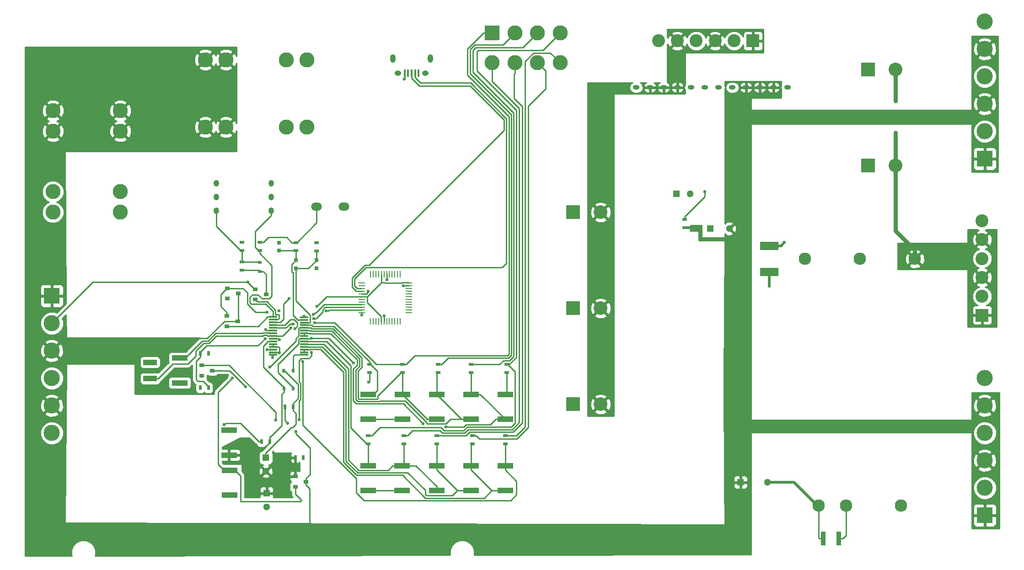
<source format=gbr>
G04 #@! TF.FileFunction,Copper,L1,Top,Signal*
%FSLAX46Y46*%
G04 Gerber Fmt 4.6, Leading zero omitted, Abs format (unit mm)*
G04 Created by KiCad (PCBNEW 4.0.7-e2-6376~58~ubuntu16.04.1) date Wed Jul 25 01:35:37 2018*
%MOMM*%
%LPD*%
G01*
G04 APERTURE LIST*
%ADD10C,0.100000*%
%ADD11R,3.000000X1.000000*%
%ADD12R,2.500000X1.000000*%
%ADD13R,0.750000X0.800000*%
%ADD14R,1.300000X1.300000*%
%ADD15C,1.300000*%
%ADD16R,2.800000X2.800000*%
%ADD17C,2.800000*%
%ADD18R,3.000000X3.000000*%
%ADD19C,3.000000*%
%ADD20C,2.400000*%
%ADD21R,2.400000X2.400000*%
%ADD22R,0.400000X1.350000*%
%ADD23O,1.250000X0.950000*%
%ADD24O,1.000000X1.550000*%
%ADD25R,0.900000X0.800000*%
%ADD26R,0.900000X0.500000*%
%ADD27R,0.500000X0.900000*%
%ADD28R,1.500000X0.300000*%
%ADD29R,1.300000X0.250000*%
%ADD30R,0.250000X1.300000*%
%ADD31O,1.200000X0.850000*%
%ADD32O,1.000000X1.200000*%
%ADD33O,2.000000X1.510000*%
%ADD34R,0.800000X0.600000*%
%ADD35R,0.600000X0.800000*%
%ADD36R,2.540000X2.540000*%
%ADD37C,2.540000*%
%ADD38R,0.900000X2.500000*%
%ADD39R,3.500000X1.600000*%
%ADD40C,2.300000*%
%ADD41C,0.600000*%
%ADD42C,0.750000*%
%ADD43C,0.500000*%
%ADD44C,0.250000*%
%ADD45C,0.254000*%
G04 APERTURE END LIST*
D10*
D11*
X141072397Y-124446949D03*
X141072397Y-119846949D03*
X109016800Y-131092000D03*
X109016800Y-126492000D03*
D12*
X94386400Y-116917600D03*
X94386400Y-113917600D03*
D11*
X99872800Y-117717600D03*
X99872800Y-113117600D03*
X160122397Y-137654949D03*
X160122397Y-133054949D03*
X153772397Y-137654949D03*
X153772397Y-133054949D03*
X147422397Y-137654949D03*
X147422397Y-133054949D03*
X141021597Y-137654949D03*
X141021597Y-133054949D03*
X134722397Y-133054949D03*
X134722397Y-137654949D03*
X160122397Y-124446949D03*
X160122397Y-119846949D03*
X153772397Y-124446949D03*
X153772397Y-119846949D03*
X147422397Y-124446949D03*
X147422397Y-119846949D03*
X134722397Y-119846949D03*
X134722397Y-124446949D03*
D13*
X125171200Y-96508000D03*
X125171200Y-95008000D03*
X121361200Y-96508000D03*
X121361200Y-95008000D03*
X118262400Y-93218000D03*
X118262400Y-91718000D03*
D14*
X115976400Y-138176000D03*
D15*
X115976400Y-140676000D03*
D14*
X115824000Y-131572000D03*
D15*
X115824000Y-134072000D03*
D11*
X109118400Y-133894800D03*
X109118400Y-138494800D03*
D16*
X157716000Y-52920000D03*
D17*
X161916000Y-52920000D03*
X166116000Y-52920000D03*
X170316000Y-52920000D03*
X157716000Y-58420000D03*
X161916000Y-58420000D03*
X166116000Y-58420000D03*
X170316000Y-58420000D03*
X123434000Y-70358000D03*
X119634000Y-70358000D03*
X123434000Y-57858000D03*
X119634000Y-57858000D03*
X108434000Y-70358000D03*
X104634000Y-70358000D03*
X108434000Y-57858000D03*
X104634000Y-57858000D03*
X88900000Y-67310000D03*
X88900000Y-71110000D03*
X76400000Y-67310000D03*
X76400000Y-71110000D03*
X88900000Y-82310000D03*
X88900000Y-86110000D03*
X76400000Y-82310000D03*
X76400000Y-86110000D03*
D18*
X248920000Y-76200000D03*
D19*
X248920000Y-71120000D03*
X248920000Y-66040000D03*
X248920000Y-60960000D03*
X248920000Y-55880000D03*
X248920000Y-50800000D03*
D18*
X248920000Y-142240000D03*
D19*
X248920000Y-137160000D03*
X248920000Y-132080000D03*
X248920000Y-127000000D03*
X248920000Y-121920000D03*
X248920000Y-116840000D03*
D18*
X76200000Y-101600000D03*
D19*
X76200000Y-106680000D03*
X76200000Y-111760000D03*
X76200000Y-116840000D03*
X76200000Y-121920000D03*
X76200000Y-127000000D03*
D20*
X202494000Y-54356000D03*
D21*
X205994000Y-54356000D03*
D20*
X198994000Y-54356000D03*
X195494000Y-54356000D03*
X191994000Y-54356000D03*
X188494000Y-54356000D03*
D22*
X142804000Y-60358000D03*
X142154000Y-60358000D03*
X141504000Y-60358000D03*
X143454000Y-60358000D03*
X144104000Y-60358000D03*
D23*
X140304000Y-60358000D03*
X145304000Y-60358000D03*
D24*
X146304000Y-57658000D03*
X139304000Y-57658000D03*
D25*
X113842800Y-100360400D03*
X113842800Y-102260400D03*
X115842800Y-101310400D03*
X108677200Y-100192800D03*
X108677200Y-102092800D03*
X110677200Y-101142800D03*
X121275600Y-135041600D03*
X121275600Y-136941600D03*
X123275600Y-135991600D03*
D26*
X111353600Y-93206000D03*
X111353600Y-91706000D03*
X111353600Y-96812800D03*
X111353600Y-95312800D03*
D27*
X105194800Y-118618000D03*
X103694800Y-118618000D03*
D26*
X160122397Y-127492949D03*
X160122397Y-128992949D03*
X154026397Y-127492949D03*
X154026397Y-128992949D03*
X147422397Y-127492949D03*
X147422397Y-128992949D03*
X141326397Y-127492949D03*
X141326397Y-128992949D03*
X134722397Y-127492949D03*
X134722397Y-128992949D03*
X160376397Y-114284949D03*
X160376397Y-115784949D03*
X153772397Y-114284949D03*
X153772397Y-115784949D03*
X147676397Y-114284949D03*
X147676397Y-115784949D03*
X141072397Y-114284949D03*
X141072397Y-115784949D03*
X134976397Y-115784949D03*
X134976397Y-114284949D03*
X125222000Y-91756800D03*
X125222000Y-93256800D03*
X121361200Y-91718000D03*
X121361200Y-93218000D03*
D27*
X121259600Y-131572000D03*
X122759600Y-131572000D03*
X119392000Y-122174000D03*
X120892000Y-122174000D03*
X103694800Y-112217200D03*
X105194800Y-112217200D03*
X115023200Y-128574800D03*
X116523200Y-128574800D03*
D28*
X117144800Y-105492800D03*
X117144800Y-105992800D03*
X117144800Y-106492800D03*
X117144800Y-106992800D03*
X117144800Y-107492800D03*
X117144800Y-107992800D03*
X117144800Y-108532800D03*
X117144800Y-109032800D03*
X117144800Y-109532800D03*
X117144800Y-110032800D03*
X117144800Y-110532800D03*
X117144800Y-111032800D03*
X117144800Y-111532800D03*
X117144800Y-112032800D03*
X117144800Y-112532800D03*
X122944800Y-112532800D03*
X122944800Y-112032800D03*
X122944800Y-111532800D03*
X122944800Y-111032800D03*
X122944800Y-110532800D03*
X122944800Y-110032800D03*
X122944800Y-109532800D03*
X122944800Y-109032800D03*
X122944800Y-108532800D03*
X122944800Y-108032800D03*
X122944800Y-107532800D03*
X122944800Y-107032800D03*
X122944800Y-106532800D03*
X122944800Y-106032800D03*
X122944800Y-105532800D03*
D29*
X133592000Y-99224400D03*
X133592000Y-99724400D03*
X133592000Y-100224400D03*
X133592000Y-100724400D03*
X133592000Y-101224400D03*
X133592000Y-101724400D03*
X133592000Y-102224400D03*
X133592000Y-102724400D03*
X133592000Y-103224400D03*
X133592000Y-103724400D03*
X133592000Y-104224400D03*
X133592000Y-104724400D03*
D30*
X135192000Y-106324400D03*
X135692000Y-106324400D03*
X136192000Y-106324400D03*
X136692000Y-106324400D03*
X137192000Y-106324400D03*
X137692000Y-106324400D03*
X138192000Y-106324400D03*
X138692000Y-106324400D03*
X139192000Y-106324400D03*
X139692000Y-106324400D03*
X140192000Y-106324400D03*
X140692000Y-106324400D03*
D29*
X142292000Y-104724400D03*
X142292000Y-104224400D03*
X142292000Y-103724400D03*
X142292000Y-103224400D03*
X142292000Y-102724400D03*
X142292000Y-102224400D03*
X142292000Y-101724400D03*
X142292000Y-101224400D03*
X142292000Y-100724400D03*
X142292000Y-100224400D03*
X142292000Y-99724400D03*
X142292000Y-99224400D03*
D30*
X140692000Y-97624400D03*
X140192000Y-97624400D03*
X139692000Y-97624400D03*
X139192000Y-97624400D03*
X138692000Y-97624400D03*
X138192000Y-97624400D03*
X137692000Y-97624400D03*
X137192000Y-97624400D03*
X136692000Y-97624400D03*
X136192000Y-97624400D03*
X135692000Y-97624400D03*
X135192000Y-97624400D03*
D14*
X191860800Y-82651600D03*
D15*
X194360800Y-82651600D03*
D26*
X114655600Y-93206000D03*
X114655600Y-91706000D03*
X193356800Y-87438800D03*
X193356800Y-88938800D03*
D31*
X212384000Y-62952000D03*
X209804000Y-62992000D03*
X207264000Y-62992000D03*
X204724000Y-62992000D03*
X202184000Y-62992000D03*
X199644000Y-62992000D03*
X197104000Y-62992000D03*
X194564000Y-62992000D03*
X192024000Y-62992000D03*
X189484000Y-62992000D03*
X186944000Y-62992000D03*
X184404000Y-62992000D03*
D25*
X108626400Y-105323600D03*
X108626400Y-107223600D03*
X110626400Y-106273600D03*
X103902000Y-114467600D03*
X103902000Y-116367600D03*
X105902000Y-115417600D03*
D32*
X106680000Y-85852000D03*
X106680000Y-83312000D03*
X106680000Y-80772000D03*
X116840000Y-85852000D03*
X116840000Y-83312000D03*
X116840000Y-80772000D03*
D33*
X125222000Y-85090000D03*
X130302000Y-85090000D03*
D34*
X114655600Y-95365200D03*
X114655600Y-97065200D03*
D35*
X119139600Y-115468400D03*
X120839600Y-115468400D03*
X119190400Y-118719600D03*
X120890400Y-118719600D03*
D36*
X172720000Y-103886000D03*
D37*
X177800000Y-103886000D03*
D36*
X172720000Y-121666000D03*
D37*
X177800000Y-121666000D03*
D36*
X172720000Y-86106000D03*
D37*
X177800000Y-86106000D03*
D20*
X248412000Y-101686000D03*
D21*
X248412000Y-105186000D03*
D20*
X248412000Y-98186000D03*
X248412000Y-94686000D03*
X248412000Y-91186000D03*
X248412000Y-87686000D03*
D36*
X227330000Y-59690000D03*
D37*
X232410000Y-59690000D03*
D36*
X227330000Y-77470000D03*
D37*
X232410000Y-77470000D03*
D38*
X221922000Y-146558000D03*
X219022000Y-146558000D03*
D39*
X209042000Y-92303600D03*
X209042000Y-97180400D03*
D15*
X201620000Y-89154000D03*
D14*
X198120000Y-89154000D03*
D40*
X218186000Y-140462000D03*
X223266000Y-140462000D03*
X233426000Y-140462000D03*
X215646000Y-94742000D03*
X225806000Y-94742000D03*
X235966000Y-94742000D03*
D14*
X203708000Y-136144000D03*
D15*
X208708000Y-136144000D03*
D41*
X232410000Y-65532000D03*
X232410000Y-71374000D03*
X112522000Y-99060000D03*
X209042000Y-99822000D03*
X111353600Y-91706000D03*
X118344949Y-112165152D03*
X109016800Y-126492000D03*
X125268988Y-103516758D03*
X120469377Y-107495006D03*
X120142000Y-102108000D03*
X141478000Y-61468000D03*
X134874000Y-117602000D03*
X137753443Y-105284922D03*
X134742002Y-100686912D03*
X109118400Y-138494800D03*
X134722397Y-124460000D03*
X141311279Y-99724401D03*
X138192000Y-98605122D03*
X118262400Y-91718000D03*
X125222000Y-91756800D03*
X125171200Y-96508000D03*
X125171200Y-96508000D03*
X105194800Y-112217200D03*
X99872800Y-117717600D03*
X94386400Y-113917600D03*
X120839600Y-115468400D03*
X122682000Y-113792000D03*
X144948160Y-125243023D03*
X149122872Y-125896960D03*
X132080000Y-114046000D03*
X124224564Y-109432789D03*
X160376397Y-115784949D03*
X112065026Y-118389513D03*
X116586000Y-114808000D03*
X109597134Y-116831032D03*
X118369627Y-109726144D03*
X124820621Y-106599103D03*
X118263034Y-104402228D03*
X116078000Y-104648000D03*
X122759600Y-131572000D03*
X134722397Y-127492949D03*
X121412000Y-126746000D03*
X119888000Y-125222000D03*
X123275600Y-135991600D03*
X119392000Y-122174000D03*
X113843220Y-102270019D03*
X108677200Y-102092800D03*
X122016652Y-124513989D03*
X117699659Y-124638903D03*
X133604000Y-105156000D03*
X124232631Y-112107821D03*
X103902000Y-116367600D03*
X103694800Y-118618000D03*
X115824000Y-107799759D03*
X115719901Y-109499781D03*
X108088805Y-125484798D03*
X116008815Y-111564966D03*
X124686955Y-105810337D03*
X121244789Y-107691872D03*
X124634915Y-105012015D03*
X120915461Y-106790437D03*
X126993012Y-104387012D03*
X122936000Y-105382798D03*
X134722397Y-137654949D03*
X117094000Y-113030000D03*
X119139600Y-115468400D03*
X197104000Y-82296000D03*
X211836000Y-91694000D03*
D42*
X232410000Y-71374000D02*
X232410000Y-77470000D01*
X232410000Y-59690000D02*
X232410000Y-65532000D01*
X235966000Y-94742000D02*
X235966000Y-93115655D01*
X232410000Y-89559655D02*
X232410000Y-78170010D01*
X235966000Y-93115655D02*
X232410000Y-89559655D01*
D43*
X209042000Y-97180400D02*
X209042000Y-99822000D01*
D44*
X221922000Y-146558000D02*
X222622000Y-146558000D01*
X222622000Y-146558000D02*
X223266000Y-145914000D01*
X223266000Y-145914000D02*
X223266000Y-142342345D01*
X223266000Y-142342345D02*
X223266000Y-140716000D01*
X112522000Y-99060000D02*
X112522000Y-99089600D01*
X112522000Y-99089600D02*
X113792800Y-100360400D01*
X113792800Y-100360400D02*
X113842800Y-100360400D01*
X76200000Y-106680000D02*
X83820000Y-99060000D01*
X83820000Y-99060000D02*
X112522000Y-99060000D01*
X113654679Y-100360400D02*
X113842800Y-100360400D01*
X118212597Y-112032800D02*
X118344949Y-112165152D01*
X117144800Y-112032800D02*
X118212597Y-112032800D01*
X118344949Y-111232949D02*
X118344949Y-112165152D01*
X118144800Y-111032800D02*
X118344949Y-111232949D01*
X117144800Y-111032800D02*
X118144800Y-111032800D01*
X117144800Y-111032800D02*
X117144800Y-110532800D01*
X94386400Y-116917600D02*
X95886400Y-116917600D01*
X101397119Y-114178283D02*
X102828463Y-112746939D01*
X95886400Y-116917600D02*
X98625717Y-114178283D01*
X98625717Y-114178283D02*
X101397119Y-114178283D01*
X104252976Y-110374022D02*
X105313798Y-110374022D01*
X102828463Y-112746939D02*
X102828463Y-111798535D01*
X102828463Y-111798535D02*
X104252976Y-110374022D01*
X115986780Y-108874780D02*
X116144800Y-109032800D01*
X105313798Y-110374022D02*
X106680019Y-109007801D01*
X106680019Y-109007801D02*
X115286879Y-109007801D01*
X115286879Y-109007801D02*
X115419900Y-108874780D01*
X115419900Y-108874780D02*
X115986780Y-108874780D01*
X116144800Y-109032800D02*
X117144800Y-109032800D01*
X127061346Y-101724400D02*
X125268988Y-103516758D01*
X133592000Y-101724400D02*
X127061346Y-101724400D01*
X118931583Y-109032800D02*
X120469377Y-107495006D01*
X117144800Y-109032800D02*
X118931583Y-109032800D01*
X137142001Y-105414399D02*
X137142001Y-106274401D01*
X134588413Y-101724400D02*
X134588413Y-102860811D01*
X134588413Y-102860811D02*
X137142001Y-105414399D01*
X137142001Y-106274401D02*
X137192000Y-106324400D01*
X137192000Y-99120813D02*
X137782689Y-99120813D01*
X137782689Y-99120813D02*
X137891999Y-99230123D01*
X137891999Y-99230123D02*
X140880555Y-99230123D01*
X140880555Y-99230123D02*
X141011278Y-99099400D01*
X141011278Y-99099400D02*
X142167000Y-99099400D01*
X142167000Y-99099400D02*
X142292000Y-99224400D01*
X133592000Y-101724400D02*
X134588413Y-101724400D01*
X134588413Y-101724400D02*
X137192000Y-99120813D01*
X137192000Y-99120813D02*
X137192000Y-97624400D01*
X134722397Y-124460000D02*
X141059346Y-124460000D01*
X141059346Y-124460000D02*
X141072397Y-124446949D01*
X119134089Y-105889116D02*
X119134089Y-103115911D01*
X119134089Y-103115911D02*
X120142000Y-102108000D01*
X141504000Y-60358000D02*
X141504000Y-61442000D01*
X118530405Y-106492800D02*
X119134089Y-105889116D01*
X117144800Y-106492800D02*
X118530405Y-106492800D01*
X134976397Y-115784949D02*
X134976397Y-117499603D01*
X134976397Y-117499603D02*
X134874000Y-117602000D01*
X137692000Y-105346365D02*
X137753443Y-105284922D01*
X137692000Y-106324400D02*
X137692000Y-105346365D01*
X134742002Y-100934401D02*
X134742002Y-100686912D01*
X134452003Y-101224400D02*
X134742002Y-100934401D01*
X133592000Y-101224400D02*
X134452003Y-101224400D01*
X142292000Y-99724400D02*
X141311280Y-99724400D01*
X141311280Y-99724400D02*
X141311279Y-99724401D01*
X138192000Y-97624400D02*
X138192000Y-98605122D01*
X115125469Y-108532800D02*
X115233500Y-108424769D01*
X116314333Y-108532800D02*
X117144800Y-108532800D01*
X105127398Y-109924011D02*
X106518609Y-108532800D01*
X100872800Y-113117600D02*
X104066389Y-109924011D01*
X99872800Y-113117600D02*
X100872800Y-113117600D01*
X116206302Y-108424769D02*
X116314333Y-108532800D01*
X115233500Y-108424769D02*
X116206302Y-108424769D01*
X106518609Y-108532800D02*
X115125469Y-108532800D01*
X104066389Y-109924011D02*
X105127398Y-109924011D01*
X132589596Y-134779972D02*
X141098862Y-134779972D01*
X123944800Y-111532800D02*
X123994789Y-111482811D01*
X145368201Y-139049311D02*
X156228035Y-139049311D01*
X141098862Y-134779972D02*
X145368201Y-139049311D01*
X130197330Y-132387707D02*
X132589596Y-134779972D01*
X123994789Y-111482811D02*
X125960811Y-111482811D01*
X130197330Y-115719330D02*
X130197330Y-132387707D01*
X122944800Y-111532800D02*
X123944800Y-111532800D01*
X125960811Y-111482811D02*
X130197330Y-115719330D01*
X156228035Y-139049311D02*
X157622397Y-137654949D01*
X122944800Y-112032800D02*
X122944800Y-111532800D01*
X153772397Y-133054949D02*
X153772397Y-129246949D01*
X153772397Y-129246949D02*
X154026397Y-128992949D01*
X153772397Y-133054949D02*
X153772397Y-133804949D01*
X153772397Y-133804949D02*
X157622397Y-137654949D01*
X157622397Y-137654949D02*
X160122397Y-137654949D01*
X160122397Y-133054949D02*
X160122397Y-133804949D01*
X122682000Y-114216264D02*
X122682000Y-113792000D01*
X160122397Y-133804949D02*
X162233460Y-135916012D01*
X162233460Y-135916012D02*
X162233460Y-138445270D01*
X162233460Y-138445270D02*
X161179408Y-139499322D01*
X161179408Y-139499322D02*
X133981768Y-139499322D01*
X133981768Y-139499322D02*
X132588000Y-138105554D01*
X122682000Y-125508787D02*
X122682000Y-114216264D01*
X132588000Y-138105554D02*
X132588000Y-135414787D01*
X132588000Y-135414787D02*
X122682000Y-125508787D01*
X121147200Y-112532800D02*
X120839600Y-112840400D01*
X120839600Y-112840400D02*
X120839600Y-115468400D01*
X122944800Y-112532800D02*
X121147200Y-112532800D01*
X160122397Y-128992949D02*
X160122397Y-133054949D01*
X122944800Y-111032800D02*
X126272800Y-111032800D01*
X145343261Y-138387960D02*
X145554601Y-138599300D01*
X145554601Y-138599300D02*
X150328046Y-138599300D01*
X126272800Y-111032800D02*
X130647341Y-115407341D01*
X130647341Y-115407341D02*
X130647341Y-132201306D01*
X130647341Y-132201306D02*
X132775996Y-134329961D01*
X132775996Y-134329961D02*
X142078372Y-134329961D01*
X142078372Y-134329961D02*
X145343261Y-137594850D01*
X145343261Y-137594850D02*
X145343261Y-138387960D01*
X150328046Y-138599300D02*
X151272397Y-137654949D01*
X147422397Y-133054949D02*
X147422397Y-133804949D01*
X147422397Y-133804949D02*
X151272397Y-137654949D01*
X151272397Y-137654949D02*
X153772397Y-137654949D01*
X147422397Y-128992949D02*
X147422397Y-133054949D01*
X143572397Y-133054949D02*
X141021597Y-133054949D01*
X147422397Y-137654949D02*
X147422397Y-136904949D01*
X147422397Y-136904949D02*
X143572397Y-133054949D01*
X132992360Y-133879950D02*
X138446596Y-133879950D01*
X131097352Y-131984942D02*
X132992360Y-133879950D01*
X131097352Y-115095352D02*
X131097352Y-131984942D01*
X122944800Y-110532800D02*
X126534800Y-110532800D01*
X139271597Y-133054949D02*
X141021597Y-133054949D01*
X138446596Y-133879950D02*
X139271597Y-133054949D01*
X126534800Y-110532800D02*
X131097352Y-115095352D01*
X141326397Y-128992949D02*
X141326397Y-132750149D01*
X141326397Y-132750149D02*
X141021597Y-133054949D01*
X134522397Y-128992949D02*
X134722397Y-128992949D01*
X131547363Y-126017915D02*
X134522397Y-128992949D01*
X131547363Y-114529363D02*
X131547363Y-126017915D01*
X127075799Y-110057799D02*
X131547363Y-114529363D01*
X123944800Y-110032800D02*
X123969799Y-110057799D01*
X122944800Y-110032800D02*
X123944800Y-110032800D01*
X123969799Y-110057799D02*
X127075799Y-110057799D01*
X134722397Y-128992949D02*
X134722397Y-133054949D01*
X132705001Y-113448261D02*
X127830877Y-108574137D01*
X132705001Y-114439821D02*
X132705001Y-113448261D01*
X131997374Y-115147448D02*
X132705001Y-114439821D01*
X123986137Y-108574137D02*
X123944800Y-108532800D01*
X131997374Y-120979750D02*
X131997374Y-115147448D01*
X141277108Y-121571971D02*
X132589596Y-121571972D01*
X144948160Y-125243023D02*
X141277108Y-121571971D01*
X123944800Y-108532800D02*
X122944800Y-108532800D01*
X127830877Y-108574137D02*
X123986137Y-108574137D01*
X132589596Y-121571972D02*
X131997374Y-120979750D01*
X149547136Y-125896960D02*
X149122872Y-125896960D01*
X152428151Y-125896960D02*
X149547136Y-125896960D01*
X152881247Y-125443864D02*
X152428151Y-125896960D01*
X158372397Y-124446949D02*
X157375482Y-125443864D01*
X157375482Y-125443864D02*
X152881247Y-125443864D01*
X160122397Y-124446949D02*
X158372397Y-124446949D01*
X122944800Y-109032800D02*
X122944800Y-108532800D01*
X153772397Y-115784949D02*
X153772397Y-119846949D01*
X153772397Y-119846949D02*
X155522397Y-119846949D01*
X155522397Y-119846949D02*
X160122397Y-124446949D01*
X132080000Y-114046000D02*
X127466789Y-109432789D01*
X127466789Y-109432789D02*
X124224564Y-109432789D01*
X118110000Y-114249799D02*
X121869799Y-110490000D01*
X121869799Y-110490000D02*
X121869799Y-109622799D01*
X121869799Y-109622799D02*
X121959798Y-109532800D01*
X121959798Y-109532800D02*
X122944800Y-109532800D01*
X118110000Y-115839200D02*
X118110000Y-114249799D01*
X120890400Y-118619600D02*
X118110000Y-115839200D01*
X120890400Y-118719600D02*
X120890400Y-118619600D01*
X124124553Y-109532800D02*
X124224564Y-109432789D01*
X122944800Y-109532800D02*
X124124553Y-109532800D01*
X160376397Y-115784949D02*
X160701388Y-115784949D01*
X160376397Y-115784949D02*
X160376397Y-119592949D01*
X160376397Y-119592949D02*
X160122397Y-119846949D01*
X128042754Y-108124126D02*
X124147820Y-108124126D01*
X124147820Y-108124126D02*
X124056494Y-108032800D01*
X124056494Y-108032800D02*
X122944800Y-108032800D01*
X132447385Y-115341140D02*
X133155012Y-114633513D01*
X133155012Y-114633513D02*
X133155012Y-113236384D01*
X132447385Y-120793350D02*
X132447385Y-115341140D01*
X132775996Y-121121961D02*
X132447385Y-120793350D01*
X136997409Y-121121961D02*
X132775996Y-121121961D01*
X145597396Y-125008358D02*
X141644858Y-121055820D01*
X145597396Y-125206950D02*
X145597396Y-125008358D01*
X149182398Y-125271950D02*
X145662396Y-125271950D01*
X136997409Y-121055820D02*
X136997409Y-121121961D01*
X153772397Y-124446949D02*
X150007399Y-124446949D01*
X150007399Y-124446949D02*
X149182398Y-125271950D01*
X145662396Y-125271950D02*
X145597396Y-125206950D01*
X133155012Y-113236384D02*
X128042754Y-108124126D01*
X141644858Y-121055820D02*
X136997409Y-121055820D01*
X147422397Y-119846949D02*
X147422397Y-116038949D01*
X147422397Y-116038949D02*
X147676397Y-115784949D01*
X153772397Y-124446949D02*
X152022397Y-124446949D01*
X152022397Y-124446949D02*
X147422397Y-119846949D01*
X124192905Y-107532800D02*
X122944800Y-107532800D01*
X133605023Y-114819913D02*
X133605023Y-113049985D01*
X133605023Y-113049985D02*
X128229153Y-107674115D01*
X132897396Y-120606950D02*
X132897396Y-115527540D01*
X136482398Y-120671950D02*
X132962396Y-120671950D01*
X136547398Y-120606950D02*
X136482398Y-120671950D01*
X136547398Y-120109948D02*
X136547398Y-120606950D01*
X132897396Y-115527540D02*
X133605023Y-114819913D01*
X132962396Y-120671950D02*
X132897396Y-120606950D01*
X140872397Y-115784949D02*
X136547398Y-120109948D01*
X141072397Y-115784949D02*
X140872397Y-115784949D01*
X124334220Y-107674115D02*
X124192905Y-107532800D01*
X128229153Y-107674115D02*
X124334220Y-107674115D01*
X121419788Y-109974212D02*
X116586000Y-114808000D01*
X121419788Y-109436399D02*
X121419788Y-109974212D01*
X121869799Y-108986388D02*
X121419788Y-109436399D01*
X121959798Y-107532800D02*
X121869799Y-107622799D01*
X122944800Y-107532800D02*
X121959798Y-107532800D01*
X121869799Y-107622799D02*
X121869799Y-108986388D01*
X105902000Y-115417600D02*
X109093113Y-115417600D01*
X109093113Y-115417600D02*
X112065026Y-118389513D01*
X141072397Y-119846949D02*
X141072397Y-115672397D01*
X147422397Y-124446949D02*
X145672397Y-124446949D01*
X145672397Y-124446949D02*
X141072397Y-119846949D01*
X134976397Y-113784949D02*
X128415552Y-107224104D01*
X124520620Y-107224104D02*
X124329316Y-107032800D01*
X134976397Y-114284949D02*
X134976397Y-113784949D01*
X128415552Y-107224104D02*
X124520620Y-107224104D01*
X124329316Y-107032800D02*
X122944800Y-107032800D01*
X135722397Y-119846949D02*
X136472397Y-119096949D01*
X134722397Y-119846949D02*
X135722397Y-119846949D01*
X136472397Y-115580949D02*
X135176397Y-114284949D01*
X135176397Y-114284949D02*
X134976397Y-114284949D01*
X136472397Y-119096949D02*
X136472397Y-115580949D01*
X121361200Y-102464198D02*
X124019801Y-105122799D01*
X124019801Y-105122799D02*
X124019801Y-106457799D01*
X121361200Y-96508000D02*
X121361200Y-102464198D01*
X124019801Y-106457799D02*
X123944800Y-106532800D01*
X123944800Y-106532800D02*
X122944800Y-106532800D01*
X121361200Y-96508000D02*
X123696200Y-96508000D01*
X123696200Y-96508000D02*
X125171200Y-95033000D01*
X125171200Y-95033000D02*
X125171200Y-95008000D01*
X125222000Y-93256800D02*
X125222000Y-94957200D01*
X125222000Y-94957200D02*
X125171200Y-95008000D01*
X121719238Y-106032800D02*
X122944800Y-106032800D01*
X120726199Y-97233001D02*
X120872995Y-97233001D01*
X121361200Y-95033000D02*
X120661199Y-95733001D01*
X120661199Y-97168001D02*
X120726199Y-97233001D01*
X121361200Y-95008000D02*
X121361200Y-95033000D01*
X120872995Y-97233001D02*
X120872995Y-105186557D01*
X120872995Y-105186557D02*
X121719238Y-106032800D01*
X120661199Y-95733001D02*
X120661199Y-97168001D01*
X121361200Y-93218000D02*
X121361200Y-95008000D01*
X118262400Y-93218000D02*
X121361200Y-93218000D01*
X109118400Y-133894800D02*
X108118400Y-133894800D01*
X108118400Y-133894800D02*
X107010380Y-132786780D01*
X107010380Y-132786780D02*
X107010380Y-119417786D01*
X107010380Y-119417786D02*
X109597134Y-116831032D01*
X109118400Y-133894800D02*
X110118400Y-133894800D01*
X110118400Y-133894800D02*
X111116779Y-134893179D01*
X111116779Y-134893179D02*
X111116779Y-139672721D01*
X111116779Y-139672721D02*
X122201279Y-139672721D01*
X122201279Y-139672721D02*
X122428000Y-139446000D01*
X121275600Y-138293600D02*
X121275600Y-136941600D01*
X122428000Y-139446000D02*
X121275600Y-138293600D01*
X118369627Y-109726144D02*
X118176283Y-109532800D01*
X118176283Y-109532800D02*
X117144800Y-109532800D01*
X106680000Y-88732400D02*
X106680000Y-85852000D01*
X111153600Y-93206000D02*
X111353600Y-93206000D01*
X106680000Y-88732400D02*
X111153600Y-93206000D01*
X111353600Y-95312800D02*
X114603200Y-95312800D01*
X114603200Y-95312800D02*
X114655600Y-95365200D01*
X111353600Y-95312800D02*
X111353600Y-93206000D01*
X114655600Y-97065200D02*
X115305600Y-97065200D01*
X115842800Y-97602400D02*
X115842800Y-101310400D01*
X115305600Y-97065200D02*
X115842800Y-97602400D01*
X111353600Y-96812800D02*
X114403200Y-96812800D01*
X114403200Y-96812800D02*
X114655600Y-97065200D01*
X143385546Y-112671800D02*
X160558522Y-112671800D01*
X141772397Y-114284949D02*
X143385546Y-112671800D01*
X156066000Y-52920000D02*
X157716000Y-52920000D01*
X153162000Y-55824000D02*
X156066000Y-52920000D01*
X160808751Y-68352751D02*
X153162000Y-60706000D01*
X160808751Y-112421571D02*
X160808751Y-68352751D01*
X160558522Y-112671800D02*
X160808751Y-112421571D01*
X153162000Y-60706000D02*
X153162000Y-55824000D01*
X141072397Y-114284949D02*
X141772397Y-114284949D01*
X108677200Y-100192800D02*
X111555983Y-100192800D01*
X111555983Y-100192800D02*
X112385851Y-101022668D01*
X112385851Y-103070940D02*
X113962911Y-104648000D01*
X115653736Y-104648000D02*
X116078000Y-104648000D01*
X112385851Y-101022668D02*
X112385851Y-103070940D01*
X113962911Y-104648000D02*
X115653736Y-104648000D01*
X108677200Y-100192800D02*
X108627200Y-100192800D01*
X108627200Y-100192800D02*
X107477184Y-101342816D01*
X107477184Y-101342816D02*
X107477184Y-103524384D01*
X107477184Y-103524384D02*
X108626400Y-104673600D01*
X108626400Y-104673600D02*
X108626400Y-105323600D01*
X136261399Y-114284949D02*
X128575553Y-106599103D01*
X141072397Y-114284949D02*
X136261399Y-114284949D01*
X128575553Y-106599103D02*
X124820621Y-106599103D01*
X154511375Y-55118000D02*
X153670000Y-55959375D01*
X161258762Y-112607971D02*
X160744922Y-113121811D01*
X149539535Y-113121811D02*
X148376397Y-114284949D01*
X148376397Y-114284949D02*
X147676397Y-114284949D01*
X160744922Y-113121811D02*
X149539535Y-113121811D01*
X161258762Y-68040762D02*
X161258762Y-112607971D01*
X153670000Y-60452000D02*
X161258762Y-68040762D01*
X161916000Y-52920000D02*
X159718000Y-55118000D01*
X159718000Y-55118000D02*
X154511375Y-55118000D01*
X153670000Y-55959375D02*
X153670000Y-60452000D01*
X154178000Y-60198000D02*
X161708773Y-67728773D01*
X154472397Y-114284949D02*
X153772397Y-114284949D01*
X166116000Y-52920000D02*
X163410000Y-55626000D01*
X159804522Y-113571822D02*
X159091395Y-114284949D01*
X163410000Y-55626000D02*
X154686000Y-55626000D01*
X154686000Y-55626000D02*
X154178000Y-56134000D01*
X154178000Y-56134000D02*
X154178000Y-60198000D01*
X160931322Y-113571822D02*
X159804522Y-113571822D01*
X161708773Y-67728773D02*
X161708773Y-112794371D01*
X159091395Y-114284949D02*
X154472397Y-114284949D01*
X161708773Y-112794371D02*
X160931322Y-113571822D01*
X152439560Y-126521962D02*
X153067647Y-125893875D01*
X148822870Y-126521962D02*
X152439560Y-126521962D01*
X148226919Y-125926011D02*
X148822870Y-126521962D01*
X135422397Y-127492949D02*
X136989335Y-125926011D01*
X134722397Y-127492949D02*
X135422397Y-127492949D01*
X161947398Y-125206950D02*
X161947398Y-115655950D01*
X161947398Y-115655950D02*
X160576397Y-114284949D01*
X153067647Y-125893875D02*
X161260473Y-125893875D01*
X161260473Y-125893875D02*
X161947398Y-125206950D01*
X136989335Y-125926011D02*
X148226919Y-125926011D01*
X160576397Y-114284949D02*
X160854606Y-114284949D01*
X154940000Y-56366204D02*
X155172204Y-56134000D01*
X160854606Y-114284949D02*
X162158784Y-112980771D01*
X155172204Y-56134000D02*
X167102000Y-56134000D01*
X162158784Y-112980771D02*
X162158784Y-67162784D01*
X154940000Y-59944000D02*
X154940000Y-56366204D01*
X162158784Y-67162784D02*
X154940000Y-59944000D01*
X167102000Y-56134000D02*
X170316000Y-52920000D01*
X160576397Y-114284949D02*
X160376397Y-114284949D01*
X122759600Y-131372000D02*
X122759600Y-131572000D01*
X142026397Y-127492949D02*
X141326397Y-127492949D01*
X152625960Y-126971973D02*
X148470896Y-126971973D01*
X142968395Y-126550951D02*
X142026397Y-127492949D01*
X161446873Y-126343886D02*
X153254047Y-126343886D01*
X153254047Y-126343886D02*
X152625960Y-126971973D01*
X162741509Y-66874491D02*
X162741509Y-125049250D01*
X148470896Y-126971973D02*
X148049874Y-126550951D01*
X157716000Y-61848982D02*
X162741509Y-66874491D01*
X157716000Y-58420000D02*
X157716000Y-61848982D01*
X148049874Y-126550951D02*
X142968395Y-126550951D01*
X162741509Y-125049250D02*
X161446873Y-126343886D01*
X147422397Y-127492949D02*
X152838480Y-127492949D01*
X161633273Y-126793897D02*
X163068000Y-125359170D01*
X152838480Y-127492949D02*
X153537532Y-126793897D01*
X153537532Y-126793897D02*
X161633273Y-126793897D01*
X163068000Y-125359170D02*
X163191520Y-125235650D01*
X163322000Y-66548000D02*
X163322000Y-125105170D01*
X163322000Y-125105170D02*
X163068000Y-125359170D01*
X161798000Y-65024000D02*
X163322000Y-66548000D01*
X161798000Y-60517898D02*
X161798000Y-65024000D01*
X161916000Y-58420000D02*
X161916000Y-60399898D01*
X161916000Y-60399898D02*
X161798000Y-60517898D01*
X154026397Y-127492949D02*
X154726397Y-127492949D01*
X154726397Y-127492949D02*
X155301398Y-128067950D01*
X155301398Y-128067950D02*
X162268452Y-128067950D01*
X162268452Y-128067950D02*
X164417062Y-125919340D01*
X164417062Y-125919340D02*
X164417062Y-66468938D01*
X164417062Y-66468938D02*
X167640000Y-63246000D01*
X167640000Y-63246000D02*
X167640000Y-59944000D01*
X167640000Y-59944000D02*
X166116000Y-58420000D01*
X123952000Y-137318000D02*
X123952000Y-144780000D01*
X123275600Y-135991600D02*
X123275600Y-136641600D01*
X123275600Y-136641600D02*
X123952000Y-137318000D01*
X170316000Y-58420000D02*
X168490696Y-56594696D01*
X163830000Y-58152998D02*
X163830000Y-125869992D01*
X162207043Y-127492949D02*
X160822397Y-127492949D01*
X168490696Y-56594696D02*
X165388302Y-56594696D01*
X165388302Y-56594696D02*
X163830000Y-58152998D01*
X163830000Y-125869992D02*
X162207043Y-127492949D01*
X160822397Y-127492949D02*
X160122397Y-127492949D01*
X121412000Y-126746000D02*
X121412000Y-127170264D01*
X123975600Y-134641600D02*
X123275600Y-135341600D01*
X121412000Y-127170264D02*
X123975600Y-129733864D01*
X123975600Y-129733864D02*
X123975600Y-134641600D01*
X123275600Y-135341600D02*
X123275600Y-135991600D01*
X119392000Y-122174000D02*
X119392000Y-124726000D01*
X119392000Y-124726000D02*
X119888000Y-125222000D01*
X110677200Y-101142800D02*
X110677200Y-106222800D01*
X110677200Y-106222800D02*
X110626400Y-106273600D01*
X104940998Y-109474000D02*
X102616000Y-109474000D01*
X110626400Y-106273600D02*
X108141398Y-106273600D01*
X108141398Y-106273600D02*
X104940998Y-109474000D01*
X113842800Y-102260400D02*
X114256389Y-102673989D01*
X118005419Y-105992800D02*
X117144800Y-105992800D01*
X118219801Y-105082799D02*
X118219801Y-105778418D01*
X118219801Y-105778418D02*
X118005419Y-105992800D01*
X118154801Y-105017799D02*
X118219801Y-105082799D01*
X117594810Y-104258400D02*
X117594810Y-105017799D01*
X117594810Y-105017799D02*
X118154801Y-105017799D01*
X116010400Y-102673989D02*
X117594810Y-104258400D01*
X114256389Y-102673989D02*
X116010400Y-102673989D01*
X113842800Y-102260400D02*
X113843220Y-102260820D01*
X113843220Y-102260820D02*
X113843220Y-102270019D01*
X108844800Y-102260400D02*
X108677200Y-102092800D01*
X122016652Y-124089725D02*
X122016652Y-124513989D01*
X122224573Y-120777838D02*
X121985274Y-121017137D01*
X122224573Y-117780840D02*
X122224573Y-120777838D01*
X121985274Y-124058347D02*
X122016652Y-124089725D01*
X121985274Y-117541541D02*
X122224573Y-117780840D01*
X121985274Y-113563722D02*
X121985274Y-117541541D01*
X124232631Y-112729971D02*
X123795604Y-113166998D01*
X123795604Y-113166998D02*
X122381998Y-113166998D01*
X124232631Y-112107821D02*
X124232631Y-112729971D01*
X121985274Y-121017137D02*
X121985274Y-124058347D01*
X122381998Y-113166998D02*
X121985274Y-113563722D01*
X117699659Y-123127487D02*
X117699659Y-124638903D01*
X109039772Y-114467600D02*
X117699659Y-123127487D01*
X103902000Y-114467600D02*
X109039772Y-114467600D01*
X133604000Y-105156000D02*
X133604000Y-104736400D01*
X133604000Y-104736400D02*
X133592000Y-104724400D01*
X105194800Y-118618000D02*
X105194800Y-118418000D01*
X103694800Y-112917200D02*
X103694800Y-112217200D01*
X105194800Y-118418000D02*
X104213290Y-117436490D01*
X104213290Y-117436490D02*
X103236582Y-117436490D01*
X103236582Y-117436490D02*
X102936391Y-117136299D01*
X102936391Y-117136299D02*
X102936391Y-113675609D01*
X102936391Y-113675609D02*
X103694800Y-112917200D01*
X103694800Y-112017200D02*
X104887967Y-110824033D01*
X104887967Y-110824033D02*
X114395649Y-110824033D01*
X114395649Y-110824033D02*
X115719901Y-109499781D01*
X103694800Y-112217200D02*
X103694800Y-112017200D01*
X115998999Y-107974758D02*
X115824000Y-107799759D01*
X117126758Y-107974758D02*
X115998999Y-107974758D01*
X117144800Y-107992800D02*
X117126758Y-107974758D01*
X114655600Y-91706000D02*
X115355600Y-91706000D01*
X115355600Y-91706000D02*
X116318716Y-90742884D01*
X116318716Y-90742884D02*
X119686084Y-90742884D01*
X119686084Y-90742884D02*
X120661200Y-91718000D01*
X120661200Y-91718000D02*
X121361200Y-91718000D01*
X125222000Y-85090000D02*
X125222000Y-88057200D01*
X125222000Y-88057200D02*
X121561200Y-91718000D01*
X121561200Y-91718000D02*
X121361200Y-91718000D01*
X111133199Y-125184799D02*
X108388804Y-125184799D01*
X114523200Y-128574800D02*
X111133199Y-125184799D01*
X108388804Y-125184799D02*
X108088805Y-125484798D01*
X115023200Y-128574800D02*
X114523200Y-128574800D01*
X116040981Y-111532800D02*
X116008815Y-111564966D01*
X117144800Y-111532800D02*
X116040981Y-111532800D01*
X112835862Y-101832336D02*
X112835862Y-102884540D01*
X114655600Y-93206000D02*
X114655600Y-93706000D01*
X116894703Y-95945103D02*
X116894703Y-101693499D01*
X113305091Y-101363107D02*
X112835862Y-101832336D01*
X114380509Y-101363107D02*
X113305091Y-101363107D01*
X114655600Y-93706000D02*
X116894703Y-95945103D01*
X113075322Y-103124000D02*
X115824000Y-103124000D01*
X116894703Y-101693499D02*
X116480202Y-102108000D01*
X112835862Y-102884540D02*
X113075322Y-103124000D01*
X116480202Y-102108000D02*
X115125402Y-102108000D01*
X115125402Y-102108000D02*
X114380509Y-101363107D01*
X115824000Y-103124000D02*
X117144800Y-104444800D01*
X117144800Y-104444800D02*
X117144800Y-105492800D01*
X116840000Y-85852000D02*
X116840000Y-86702000D01*
X116840000Y-86702000D02*
X113880599Y-89661401D01*
X113880599Y-89661401D02*
X113880599Y-92630999D01*
X113880599Y-92630999D02*
X114455600Y-93206000D01*
X114455600Y-93206000D02*
X114655600Y-93206000D01*
X108626400Y-107223600D02*
X114428998Y-107223600D01*
X114428998Y-107223600D02*
X116159798Y-105492800D01*
X116159798Y-105492800D02*
X117144800Y-105492800D01*
X118300784Y-107030716D02*
X119336267Y-107030716D01*
X121604124Y-107252063D02*
X121244789Y-107611398D01*
X121244789Y-107611398D02*
X121244789Y-107691872D01*
X117144800Y-106992800D02*
X118262868Y-106992800D01*
X121067012Y-106016985D02*
X121604124Y-106554097D01*
X120349998Y-106016985D02*
X121067012Y-106016985D01*
X121604124Y-106554097D02*
X121604124Y-107252063D01*
X118262868Y-106992800D02*
X118300784Y-107030716D01*
X119336267Y-107030716D02*
X120349998Y-106016985D01*
X125111219Y-105810337D02*
X124686955Y-105810337D01*
X133592000Y-103724400D02*
X126730622Y-103724400D01*
X126730622Y-103724400D02*
X126368011Y-104087011D01*
X126368011Y-104553545D02*
X125111219Y-105810337D01*
X126368011Y-104087011D02*
X126368011Y-104553545D01*
X125106595Y-104712016D02*
X124934914Y-104712016D01*
X124934914Y-104712016D02*
X124634915Y-105012015D01*
X133592000Y-103224400D02*
X126594211Y-103224400D01*
X126594211Y-103224400D02*
X125106595Y-104712016D01*
X120248942Y-106790437D02*
X120915461Y-106790437D01*
X117144800Y-107492800D02*
X119546579Y-107492800D01*
X119546579Y-107492800D02*
X120248942Y-106790437D01*
X126993012Y-104387012D02*
X127417276Y-104387012D01*
X127417276Y-104387012D02*
X127579888Y-104224400D01*
X127579888Y-104224400D02*
X133592000Y-104224400D01*
X122944800Y-105391598D02*
X122936000Y-105382798D01*
X122944800Y-105532800D02*
X122944800Y-105391598D01*
X116523200Y-128574800D02*
X116523200Y-127639009D01*
X116523200Y-127639009D02*
X116708991Y-127639009D01*
X116708991Y-127639009D02*
X118735002Y-125612998D01*
X118735002Y-125612998D02*
X118735002Y-119824998D01*
X118735002Y-119824998D02*
X119190400Y-119369600D01*
X119190400Y-119369600D02*
X119190400Y-118719600D01*
X116523200Y-128774800D02*
X115570000Y-129728000D01*
X115383805Y-114813005D02*
X115383805Y-110895307D01*
X119190400Y-118619600D02*
X115383805Y-114813005D01*
X119190400Y-118719600D02*
X119190400Y-118619600D01*
X115383805Y-110895307D02*
X116046288Y-110232824D01*
X116046288Y-110232824D02*
X116046288Y-110032800D01*
X116046288Y-110032800D02*
X117144800Y-110032800D01*
X116523200Y-128774800D02*
X116523200Y-128574800D01*
X121275600Y-131588000D02*
X121259600Y-131572000D01*
X134722397Y-137654949D02*
X141021597Y-137654949D01*
X121774562Y-117967240D02*
X119275722Y-115468400D01*
X120892000Y-121474000D02*
X121774562Y-120591438D01*
X120892000Y-122174000D02*
X120892000Y-121474000D01*
X119275722Y-115468400D02*
X119139600Y-115468400D01*
X121774562Y-120591438D02*
X121774562Y-117967240D01*
X120892000Y-122174000D02*
X120892000Y-122874000D01*
X120892000Y-122874000D02*
X121391642Y-123373642D01*
X121391642Y-125372014D02*
X120803031Y-125960625D01*
X120546175Y-125960625D02*
X115834800Y-130672000D01*
X115834800Y-130672000D02*
X115834800Y-131572000D01*
X121391642Y-123373642D02*
X121391642Y-125372014D01*
X120803031Y-125960625D02*
X120546175Y-125960625D01*
X117094000Y-113030000D02*
X117094000Y-112583600D01*
X117094000Y-112583600D02*
X117144800Y-112532800D01*
X132595587Y-100724400D02*
X132692000Y-100724400D01*
X131809164Y-98231628D02*
X131809164Y-99937977D01*
X146304000Y-62738000D02*
X153657000Y-62738000D01*
X134937596Y-95882391D02*
X134158401Y-95882391D01*
X134158401Y-95882391D02*
X131809164Y-98231628D01*
X159908729Y-68989729D02*
X159908729Y-70911258D01*
X159908729Y-70911258D02*
X134937596Y-95882391D01*
X153657000Y-62738000D02*
X159908729Y-68989729D01*
X131809164Y-99937977D02*
X132595587Y-100724400D01*
X132692000Y-100724400D02*
X133592000Y-100724400D01*
X146037000Y-62738000D02*
X146304000Y-62738000D01*
X142804000Y-60358000D02*
X142804000Y-61283000D01*
X142804000Y-61283000D02*
X144259000Y-62738000D01*
X144259000Y-62738000D02*
X146304000Y-62738000D01*
X143454000Y-60358000D02*
X143454000Y-61168002D01*
X144429085Y-62143087D02*
X153698498Y-62143087D01*
X160358740Y-68803329D02*
X160358740Y-95556756D01*
X153698498Y-62143087D02*
X160358740Y-68803329D01*
X160358740Y-95556756D02*
X159583094Y-96332402D01*
X143454000Y-61168002D02*
X144429085Y-62143087D01*
X159583094Y-96332402D02*
X134344801Y-96332402D01*
X134344801Y-96332402D02*
X132259175Y-98418028D01*
X132259175Y-98418028D02*
X132259175Y-99751577D01*
X132259175Y-99751577D02*
X132731998Y-100224400D01*
X132731998Y-100224400D02*
X133592000Y-100224400D01*
X193356800Y-87438800D02*
X193356800Y-86938800D01*
X193356800Y-86938800D02*
X197104000Y-83191600D01*
X197104000Y-83191600D02*
X197104000Y-82296000D01*
D43*
X208708000Y-136144000D02*
X213614000Y-136144000D01*
X213868000Y-136398000D02*
X218186000Y-140716000D01*
X213614000Y-136144000D02*
X213868000Y-136398000D01*
D44*
X218186000Y-140716000D02*
X218186000Y-146422000D01*
X218186000Y-146422000D02*
X218322000Y-146558000D01*
X218322000Y-146558000D02*
X219022000Y-146558000D01*
D43*
X211226400Y-92303600D02*
X211836000Y-91694000D01*
X209042000Y-92303600D02*
X211226400Y-92303600D01*
D45*
G36*
X110363000Y-57175344D02*
X110184106Y-56743455D01*
X109875724Y-56595882D01*
X108613605Y-57858000D01*
X109875724Y-59120118D01*
X110184106Y-58972545D01*
X110363000Y-58512301D01*
X110363000Y-69675344D01*
X110184106Y-69243455D01*
X109875724Y-69095882D01*
X108613605Y-70358000D01*
X109875724Y-71620118D01*
X110184106Y-71472545D01*
X110363000Y-71012301D01*
X110363000Y-74803000D01*
X78740000Y-74803000D01*
X78690590Y-74813006D01*
X78648965Y-74841447D01*
X78621685Y-74883841D01*
X78613003Y-74930941D01*
X78820806Y-102984392D01*
X77074017Y-104731181D01*
X76626541Y-104545372D01*
X75777185Y-104544630D01*
X74992200Y-104868980D01*
X74391091Y-105469041D01*
X74065372Y-106253459D01*
X74064630Y-107102815D01*
X74388980Y-107887800D01*
X74989041Y-108488909D01*
X75773459Y-108814628D01*
X76622815Y-108815370D01*
X77407800Y-108491020D01*
X78008909Y-107890959D01*
X78334628Y-107106541D01*
X78335370Y-106257185D01*
X78148902Y-105805900D01*
X78836612Y-105118190D01*
X78867003Y-109220941D01*
X78877375Y-109270275D01*
X78906123Y-109311688D01*
X78948719Y-109338653D01*
X78994000Y-109347000D01*
X103588269Y-109347000D01*
X103528988Y-109386610D01*
X100945438Y-111970160D01*
X98372800Y-111970160D01*
X98137483Y-112014438D01*
X97921359Y-112153510D01*
X97776369Y-112365710D01*
X97725360Y-112617600D01*
X97725360Y-113617600D01*
X97769638Y-113852917D01*
X97811393Y-113917805D01*
X95900017Y-115829181D01*
X95888290Y-115821169D01*
X95636400Y-115770160D01*
X93136400Y-115770160D01*
X92901083Y-115814438D01*
X92684959Y-115953510D01*
X92539969Y-116165710D01*
X92488960Y-116417600D01*
X92488960Y-117417600D01*
X92533238Y-117652917D01*
X92672310Y-117869041D01*
X92884510Y-118014031D01*
X93136400Y-118065040D01*
X95636400Y-118065040D01*
X95871717Y-118020762D01*
X96087841Y-117881690D01*
X96232831Y-117669490D01*
X96253179Y-117569006D01*
X96423801Y-117455001D01*
X96661202Y-117217600D01*
X97725360Y-117217600D01*
X97725360Y-118217600D01*
X97769638Y-118452917D01*
X97908710Y-118669041D01*
X98120910Y-118814031D01*
X98372800Y-118865040D01*
X101372800Y-118865040D01*
X101608117Y-118820762D01*
X101824241Y-118681690D01*
X101969231Y-118469490D01*
X102020240Y-118217600D01*
X102020240Y-117217600D01*
X101975962Y-116982283D01*
X101836890Y-116766159D01*
X101624690Y-116621169D01*
X101372800Y-116570160D01*
X98372800Y-116570160D01*
X98137483Y-116614438D01*
X97921359Y-116753510D01*
X97776369Y-116965710D01*
X97725360Y-117217600D01*
X96661202Y-117217600D01*
X98940519Y-114938283D01*
X101397119Y-114938283D01*
X101687958Y-114880431D01*
X101934520Y-114715684D01*
X102176391Y-114473813D01*
X102176391Y-117136299D01*
X102234243Y-117427138D01*
X102398990Y-117673700D01*
X102699181Y-117973891D01*
X102820282Y-118054808D01*
X102797360Y-118168000D01*
X102797360Y-118341137D01*
X102759962Y-118431201D01*
X102759638Y-118803167D01*
X102797360Y-118894461D01*
X102797360Y-119068000D01*
X102841638Y-119303317D01*
X102980710Y-119519441D01*
X103192910Y-119664431D01*
X103444800Y-119715440D01*
X103944800Y-119715440D01*
X104180117Y-119671162D01*
X104396241Y-119532090D01*
X104443934Y-119462289D01*
X104480710Y-119519441D01*
X104692910Y-119664431D01*
X104944800Y-119715440D01*
X105444800Y-119715440D01*
X105680117Y-119671162D01*
X105896241Y-119532090D01*
X106041231Y-119319890D01*
X106092240Y-119068000D01*
X106092240Y-118168000D01*
X106047962Y-117932683D01*
X105908890Y-117716559D01*
X105696690Y-117571569D01*
X105444800Y-117520560D01*
X105372162Y-117520560D01*
X104917038Y-117065436D01*
X104948431Y-117019490D01*
X104999440Y-116767600D01*
X104999440Y-116276919D01*
X105200110Y-116414031D01*
X105452000Y-116465040D01*
X106352000Y-116465040D01*
X106587317Y-116420762D01*
X106803441Y-116281690D01*
X106874563Y-116177600D01*
X108778311Y-116177600D01*
X108853221Y-116252510D01*
X108804942Y-116300705D01*
X108662296Y-116644233D01*
X108662255Y-116691109D01*
X106472979Y-118880385D01*
X106308232Y-119126947D01*
X106250380Y-119417786D01*
X106250380Y-119761000D01*
X91567000Y-119761000D01*
X91567000Y-114300000D01*
X91556994Y-114250590D01*
X91528553Y-114208965D01*
X91486159Y-114181685D01*
X91440000Y-114173000D01*
X78994000Y-114173000D01*
X78944590Y-114183006D01*
X78902965Y-114211447D01*
X78875685Y-114253841D01*
X78867005Y-114298896D01*
X78613005Y-143508896D01*
X78622581Y-143558391D01*
X78650658Y-143600261D01*
X78692814Y-143627909D01*
X78739603Y-143636999D01*
X200659603Y-144017999D01*
X200709044Y-144008148D01*
X200750757Y-143979837D01*
X200778170Y-143937529D01*
X200786998Y-143890380D01*
X200750605Y-136429750D01*
X202423000Y-136429750D01*
X202423000Y-136920310D01*
X202519673Y-137153699D01*
X202698302Y-137332327D01*
X202931691Y-137429000D01*
X203422250Y-137429000D01*
X203581000Y-137270250D01*
X203581000Y-136271000D01*
X203835000Y-136271000D01*
X203835000Y-137270250D01*
X203993750Y-137429000D01*
X204484309Y-137429000D01*
X204717698Y-137332327D01*
X204896327Y-137153699D01*
X204993000Y-136920310D01*
X204993000Y-136429750D01*
X204834250Y-136271000D01*
X203835000Y-136271000D01*
X203581000Y-136271000D01*
X202581750Y-136271000D01*
X202423000Y-136429750D01*
X200750605Y-136429750D01*
X200745425Y-135367690D01*
X202423000Y-135367690D01*
X202423000Y-135858250D01*
X202581750Y-136017000D01*
X203581000Y-136017000D01*
X203581000Y-135017750D01*
X203835000Y-135017750D01*
X203835000Y-136017000D01*
X204834250Y-136017000D01*
X204993000Y-135858250D01*
X204993000Y-135367690D01*
X204896327Y-135134301D01*
X204717698Y-134955673D01*
X204484309Y-134859000D01*
X203993750Y-134859000D01*
X203835000Y-135017750D01*
X203581000Y-135017750D01*
X203422250Y-134859000D01*
X202931691Y-134859000D01*
X202698302Y-134955673D01*
X202519673Y-135134301D01*
X202423000Y-135367690D01*
X200745425Y-135367690D01*
X200660001Y-117856094D01*
X200786999Y-91440611D01*
X200777230Y-91391153D01*
X200748990Y-91349392D01*
X200706727Y-91321909D01*
X200660000Y-91313000D01*
X195961000Y-91313000D01*
X195961000Y-89662000D01*
X195950994Y-89612590D01*
X195922553Y-89570965D01*
X195880159Y-89543685D01*
X195834000Y-89535000D01*
X194350718Y-89535000D01*
X194441800Y-89315109D01*
X194441800Y-89222550D01*
X194283050Y-89063800D01*
X193483800Y-89063800D01*
X193483800Y-89085800D01*
X193229800Y-89085800D01*
X193229800Y-89063800D01*
X193209800Y-89063800D01*
X193209800Y-88813800D01*
X193229800Y-88813800D01*
X193229800Y-88791800D01*
X193483800Y-88791800D01*
X193483800Y-88813800D01*
X194283050Y-88813800D01*
X194441800Y-88655050D01*
X194441800Y-88562491D01*
X194423785Y-88519000D01*
X196469000Y-88519000D01*
X196469000Y-90678000D01*
X196479006Y-90727410D01*
X196507447Y-90769035D01*
X196549841Y-90796315D01*
X196596000Y-90805000D01*
X200660000Y-90805000D01*
X200709410Y-90794994D01*
X200751035Y-90766553D01*
X200778315Y-90724159D01*
X200787000Y-90678000D01*
X200787000Y-90166608D01*
X200900590Y-90053018D01*
X200956271Y-90283611D01*
X201439078Y-90451622D01*
X201949428Y-90422083D01*
X202283729Y-90283611D01*
X202339410Y-90053016D01*
X201620000Y-89333605D01*
X201605858Y-89347748D01*
X201426252Y-89168142D01*
X201440395Y-89154000D01*
X201799605Y-89154000D01*
X202519016Y-89873410D01*
X202749611Y-89817729D01*
X202917622Y-89334922D01*
X202888083Y-88824572D01*
X202749611Y-88490271D01*
X202519016Y-88434590D01*
X201799605Y-89154000D01*
X201440395Y-89154000D01*
X201426252Y-89139858D01*
X201605858Y-88960252D01*
X201620000Y-88974395D01*
X202339410Y-88254984D01*
X202283729Y-88024389D01*
X201800922Y-87856378D01*
X201290572Y-87885917D01*
X200956271Y-88024389D01*
X200900590Y-88254982D01*
X200787000Y-88141392D01*
X200787000Y-63450784D01*
X200822507Y-63397644D01*
X200903195Y-62992000D01*
X200924805Y-62992000D01*
X201005493Y-63397644D01*
X201235272Y-63741533D01*
X201579161Y-63971312D01*
X201984805Y-64052000D01*
X202383195Y-64052000D01*
X202788839Y-63971312D01*
X203132728Y-63741533D01*
X203362507Y-63397644D01*
X203385497Y-63282062D01*
X203529460Y-63282062D01*
X203717336Y-63655570D01*
X204034580Y-63923323D01*
X204430140Y-64049290D01*
X204597000Y-63896117D01*
X204597000Y-63119000D01*
X204851000Y-63119000D01*
X204851000Y-63896117D01*
X205017860Y-64049290D01*
X205413420Y-63923323D01*
X205730664Y-63655570D01*
X205918540Y-63282062D01*
X206069460Y-63282062D01*
X206257336Y-63655570D01*
X206574580Y-63923323D01*
X206970140Y-64049290D01*
X207137000Y-63896117D01*
X207137000Y-63119000D01*
X207391000Y-63119000D01*
X207391000Y-63896117D01*
X207557860Y-64049290D01*
X207953420Y-63923323D01*
X208270664Y-63655570D01*
X208458540Y-63282062D01*
X208609460Y-63282062D01*
X208797336Y-63655570D01*
X209114580Y-63923323D01*
X209510140Y-64049290D01*
X209677000Y-63896117D01*
X209677000Y-63119000D01*
X209931000Y-63119000D01*
X209931000Y-63896117D01*
X210097860Y-64049290D01*
X210493420Y-63923323D01*
X210810664Y-63655570D01*
X210998540Y-63282062D01*
X210871257Y-63119000D01*
X209931000Y-63119000D01*
X209677000Y-63119000D01*
X208736743Y-63119000D01*
X208609460Y-63282062D01*
X208458540Y-63282062D01*
X208331257Y-63119000D01*
X207391000Y-63119000D01*
X207137000Y-63119000D01*
X206196743Y-63119000D01*
X206069460Y-63282062D01*
X205918540Y-63282062D01*
X205791257Y-63119000D01*
X204851000Y-63119000D01*
X204597000Y-63119000D01*
X203656743Y-63119000D01*
X203529460Y-63282062D01*
X203385497Y-63282062D01*
X203443195Y-62992000D01*
X203385498Y-62701938D01*
X203529460Y-62701938D01*
X203656743Y-62865000D01*
X204597000Y-62865000D01*
X204597000Y-62087883D01*
X204851000Y-62087883D01*
X204851000Y-62865000D01*
X205791257Y-62865000D01*
X205918540Y-62701938D01*
X206069460Y-62701938D01*
X206196743Y-62865000D01*
X207137000Y-62865000D01*
X207137000Y-62087883D01*
X207391000Y-62087883D01*
X207391000Y-62865000D01*
X208331257Y-62865000D01*
X208458540Y-62701938D01*
X208609460Y-62701938D01*
X208736743Y-62865000D01*
X209677000Y-62865000D01*
X209677000Y-62087883D01*
X209931000Y-62087883D01*
X209931000Y-62865000D01*
X210871257Y-62865000D01*
X210998540Y-62701938D01*
X210810664Y-62328430D01*
X210493420Y-62060677D01*
X210097860Y-61934710D01*
X209931000Y-62087883D01*
X209677000Y-62087883D01*
X209510140Y-61934710D01*
X209114580Y-62060677D01*
X208797336Y-62328430D01*
X208609460Y-62701938D01*
X208458540Y-62701938D01*
X208270664Y-62328430D01*
X207953420Y-62060677D01*
X207557860Y-61934710D01*
X207391000Y-62087883D01*
X207137000Y-62087883D01*
X206970140Y-61934710D01*
X206574580Y-62060677D01*
X206257336Y-62328430D01*
X206069460Y-62701938D01*
X205918540Y-62701938D01*
X205730664Y-62328430D01*
X205413420Y-62060677D01*
X205017860Y-61934710D01*
X204851000Y-62087883D01*
X204597000Y-62087883D01*
X204430140Y-61934710D01*
X204034580Y-62060677D01*
X203717336Y-62328430D01*
X203529460Y-62701938D01*
X203385498Y-62701938D01*
X203362507Y-62586356D01*
X203132728Y-62242467D01*
X202788839Y-62012688D01*
X202383195Y-61932000D01*
X201984805Y-61932000D01*
X201579161Y-62012688D01*
X201235272Y-62242467D01*
X201005493Y-62586356D01*
X200924805Y-62992000D01*
X200903195Y-62992000D01*
X200822507Y-62586356D01*
X200787000Y-62533216D01*
X200787000Y-61849000D01*
X211201000Y-61849000D01*
X211201000Y-62568944D01*
X211124805Y-62952000D01*
X211201000Y-63335056D01*
X211201000Y-64897000D01*
X205740000Y-64897000D01*
X205690590Y-64907006D01*
X205648965Y-64935447D01*
X205621685Y-64977841D01*
X205613000Y-65024000D01*
X205613000Y-67056000D01*
X205623006Y-67105410D01*
X205651447Y-67147035D01*
X205693841Y-67174315D01*
X205740000Y-67183000D01*
X247074179Y-67183000D01*
X247087261Y-67214582D01*
X247406030Y-67374365D01*
X247597395Y-67183000D01*
X247956605Y-67183000D01*
X247585635Y-67553970D01*
X247745418Y-67872739D01*
X248536187Y-68182723D01*
X249385387Y-68166497D01*
X250094582Y-67872739D01*
X250254365Y-67553970D01*
X249883395Y-67183000D01*
X250242605Y-67183000D01*
X250433970Y-67374365D01*
X250752739Y-67214582D01*
X250765119Y-67183000D01*
X251333000Y-67183000D01*
X251333000Y-69723000D01*
X250542150Y-69723000D01*
X250130959Y-69311091D01*
X249346541Y-68985372D01*
X248497185Y-68984630D01*
X247712200Y-69308980D01*
X247297457Y-69723000D01*
X205740000Y-69723000D01*
X205690590Y-69733006D01*
X205648965Y-69761447D01*
X205621685Y-69803841D01*
X205613000Y-69850000D01*
X205613000Y-124460000D01*
X205623006Y-124509410D01*
X205651447Y-124551035D01*
X205693841Y-124578315D01*
X205740000Y-124587000D01*
X246380000Y-124587000D01*
X246429410Y-124576994D01*
X246471035Y-124548553D01*
X246498315Y-124506159D01*
X246507000Y-124460000D01*
X246507000Y-123433970D01*
X247585635Y-123433970D01*
X247745418Y-123752739D01*
X248536187Y-124062723D01*
X249385387Y-124046497D01*
X250094582Y-123752739D01*
X250254365Y-123433970D01*
X248920000Y-122099605D01*
X247585635Y-123433970D01*
X246507000Y-123433970D01*
X246507000Y-121536187D01*
X246777277Y-121536187D01*
X246793503Y-122385387D01*
X247087261Y-123094582D01*
X247406030Y-123254365D01*
X248740395Y-121920000D01*
X249099605Y-121920000D01*
X250433970Y-123254365D01*
X250752739Y-123094582D01*
X251062723Y-122303813D01*
X251046497Y-121454613D01*
X250752739Y-120745418D01*
X250433970Y-120585635D01*
X249099605Y-121920000D01*
X248740395Y-121920000D01*
X247406030Y-120585635D01*
X247087261Y-120745418D01*
X246777277Y-121536187D01*
X246507000Y-121536187D01*
X246507000Y-120406030D01*
X247585635Y-120406030D01*
X248920000Y-121740395D01*
X250254365Y-120406030D01*
X250094582Y-120087261D01*
X249303813Y-119777277D01*
X248454613Y-119793503D01*
X247745418Y-120087261D01*
X247585635Y-120406030D01*
X246507000Y-120406030D01*
X246507000Y-119507000D01*
X251587000Y-119507000D01*
X251587000Y-144653000D01*
X246507000Y-144653000D01*
X246507000Y-142525750D01*
X246785000Y-142525750D01*
X246785000Y-143866309D01*
X246881673Y-144099698D01*
X247060301Y-144278327D01*
X247293690Y-144375000D01*
X248634250Y-144375000D01*
X248793000Y-144216250D01*
X248793000Y-142367000D01*
X249047000Y-142367000D01*
X249047000Y-144216250D01*
X249205750Y-144375000D01*
X250546310Y-144375000D01*
X250779699Y-144278327D01*
X250958327Y-144099698D01*
X251055000Y-143866309D01*
X251055000Y-142525750D01*
X250896250Y-142367000D01*
X249047000Y-142367000D01*
X248793000Y-142367000D01*
X246943750Y-142367000D01*
X246785000Y-142525750D01*
X246507000Y-142525750D01*
X246507000Y-140613691D01*
X246785000Y-140613691D01*
X246785000Y-141954250D01*
X246943750Y-142113000D01*
X248793000Y-142113000D01*
X248793000Y-140263750D01*
X249047000Y-140263750D01*
X249047000Y-142113000D01*
X250896250Y-142113000D01*
X251055000Y-141954250D01*
X251055000Y-140613691D01*
X250958327Y-140380302D01*
X250779699Y-140201673D01*
X250546310Y-140105000D01*
X249205750Y-140105000D01*
X249047000Y-140263750D01*
X248793000Y-140263750D01*
X248634250Y-140105000D01*
X247293690Y-140105000D01*
X247060301Y-140201673D01*
X246881673Y-140380302D01*
X246785000Y-140613691D01*
X246507000Y-140613691D01*
X246507000Y-137582815D01*
X246784630Y-137582815D01*
X247108980Y-138367800D01*
X247709041Y-138968909D01*
X248493459Y-139294628D01*
X249342815Y-139295370D01*
X250127800Y-138971020D01*
X250728909Y-138370959D01*
X251054628Y-137586541D01*
X251055370Y-136737185D01*
X250731020Y-135952200D01*
X250130959Y-135351091D01*
X249346541Y-135025372D01*
X248497185Y-135024630D01*
X247712200Y-135348980D01*
X247111091Y-135949041D01*
X246785372Y-136733459D01*
X246784630Y-137582815D01*
X246507000Y-137582815D01*
X246507000Y-133593970D01*
X247585635Y-133593970D01*
X247745418Y-133912739D01*
X248536187Y-134222723D01*
X249385387Y-134206497D01*
X250094582Y-133912739D01*
X250254365Y-133593970D01*
X248920000Y-132259605D01*
X247585635Y-133593970D01*
X246507000Y-133593970D01*
X246507000Y-131696187D01*
X246777277Y-131696187D01*
X246793503Y-132545387D01*
X247087261Y-133254582D01*
X247406030Y-133414365D01*
X248740395Y-132080000D01*
X249099605Y-132080000D01*
X250433970Y-133414365D01*
X250752739Y-133254582D01*
X251062723Y-132463813D01*
X251046497Y-131614613D01*
X250752739Y-130905418D01*
X250433970Y-130745635D01*
X249099605Y-132080000D01*
X248740395Y-132080000D01*
X247406030Y-130745635D01*
X247087261Y-130905418D01*
X246777277Y-131696187D01*
X246507000Y-131696187D01*
X246507000Y-130566030D01*
X247585635Y-130566030D01*
X248920000Y-131900395D01*
X250254365Y-130566030D01*
X250094582Y-130247261D01*
X249303813Y-129937277D01*
X248454613Y-129953503D01*
X247745418Y-130247261D01*
X247585635Y-130566030D01*
X246507000Y-130566030D01*
X246507000Y-127422815D01*
X246784630Y-127422815D01*
X247108980Y-128207800D01*
X247709041Y-128808909D01*
X248493459Y-129134628D01*
X249342815Y-129135370D01*
X250127800Y-128811020D01*
X250728909Y-128210959D01*
X251054628Y-127426541D01*
X251055370Y-126577185D01*
X250731020Y-125792200D01*
X250130959Y-125191091D01*
X249346541Y-124865372D01*
X248497185Y-124864630D01*
X247712200Y-125188980D01*
X247111091Y-125789041D01*
X246785372Y-126573459D01*
X246784630Y-127422815D01*
X246507000Y-127422815D01*
X246507000Y-127000000D01*
X246496994Y-126950590D01*
X246468553Y-126908965D01*
X246426159Y-126881685D01*
X246380000Y-126873000D01*
X205740000Y-126873000D01*
X205690590Y-126883006D01*
X205648965Y-126911447D01*
X205621685Y-126953841D01*
X205613000Y-127000000D01*
X205613000Y-149479239D01*
X154367569Y-149575929D01*
X154380611Y-149544519D01*
X154381387Y-148655381D01*
X154041845Y-147833628D01*
X153413679Y-147204364D01*
X152592519Y-146863389D01*
X151703381Y-146862613D01*
X150881628Y-147202155D01*
X150252364Y-147830321D01*
X149911389Y-148651481D01*
X149910613Y-149540619D01*
X149928663Y-149584304D01*
X84208602Y-149708304D01*
X84276611Y-149544519D01*
X84277387Y-148655381D01*
X83937845Y-147833628D01*
X83309679Y-147204364D01*
X82488519Y-146863389D01*
X81599381Y-146862613D01*
X80777628Y-147202155D01*
X80148364Y-147830321D01*
X79807389Y-148651481D01*
X79806613Y-149540619D01*
X79879274Y-149716473D01*
X71247000Y-149732760D01*
X71247000Y-127422815D01*
X74064630Y-127422815D01*
X74388980Y-128207800D01*
X74989041Y-128808909D01*
X75773459Y-129134628D01*
X76622815Y-129135370D01*
X77407800Y-128811020D01*
X78008909Y-128210959D01*
X78334628Y-127426541D01*
X78335370Y-126577185D01*
X78011020Y-125792200D01*
X77410959Y-125191091D01*
X76626541Y-124865372D01*
X75777185Y-124864630D01*
X74992200Y-125188980D01*
X74391091Y-125789041D01*
X74065372Y-126573459D01*
X74064630Y-127422815D01*
X71247000Y-127422815D01*
X71247000Y-123433970D01*
X74865635Y-123433970D01*
X75025418Y-123752739D01*
X75816187Y-124062723D01*
X76665387Y-124046497D01*
X77374582Y-123752739D01*
X77534365Y-123433970D01*
X76200000Y-122099605D01*
X74865635Y-123433970D01*
X71247000Y-123433970D01*
X71247000Y-121536187D01*
X74057277Y-121536187D01*
X74073503Y-122385387D01*
X74367261Y-123094582D01*
X74686030Y-123254365D01*
X76020395Y-121920000D01*
X76379605Y-121920000D01*
X77713970Y-123254365D01*
X78032739Y-123094582D01*
X78342723Y-122303813D01*
X78326497Y-121454613D01*
X78032739Y-120745418D01*
X77713970Y-120585635D01*
X76379605Y-121920000D01*
X76020395Y-121920000D01*
X74686030Y-120585635D01*
X74367261Y-120745418D01*
X74057277Y-121536187D01*
X71247000Y-121536187D01*
X71247000Y-120406030D01*
X74865635Y-120406030D01*
X76200000Y-121740395D01*
X77534365Y-120406030D01*
X77374582Y-120087261D01*
X76583813Y-119777277D01*
X75734613Y-119793503D01*
X75025418Y-120087261D01*
X74865635Y-120406030D01*
X71247000Y-120406030D01*
X71247000Y-117262815D01*
X74064630Y-117262815D01*
X74388980Y-118047800D01*
X74989041Y-118648909D01*
X75773459Y-118974628D01*
X76622815Y-118975370D01*
X77407800Y-118651020D01*
X78008909Y-118050959D01*
X78334628Y-117266541D01*
X78335370Y-116417185D01*
X78011020Y-115632200D01*
X77410959Y-115031091D01*
X76626541Y-114705372D01*
X75777185Y-114704630D01*
X74992200Y-115028980D01*
X74391091Y-115629041D01*
X74065372Y-116413459D01*
X74064630Y-117262815D01*
X71247000Y-117262815D01*
X71247000Y-113273970D01*
X74865635Y-113273970D01*
X75025418Y-113592739D01*
X75816187Y-113902723D01*
X76665387Y-113886497D01*
X77374582Y-113592739D01*
X77462370Y-113417600D01*
X92488960Y-113417600D01*
X92488960Y-114417600D01*
X92533238Y-114652917D01*
X92672310Y-114869041D01*
X92884510Y-115014031D01*
X93136400Y-115065040D01*
X95636400Y-115065040D01*
X95871717Y-115020762D01*
X96087841Y-114881690D01*
X96232831Y-114669490D01*
X96283840Y-114417600D01*
X96283840Y-113417600D01*
X96239562Y-113182283D01*
X96100490Y-112966159D01*
X95888290Y-112821169D01*
X95636400Y-112770160D01*
X93136400Y-112770160D01*
X92901083Y-112814438D01*
X92684959Y-112953510D01*
X92539969Y-113165710D01*
X92488960Y-113417600D01*
X77462370Y-113417600D01*
X77534365Y-113273970D01*
X76200000Y-111939605D01*
X74865635Y-113273970D01*
X71247000Y-113273970D01*
X71247000Y-111376187D01*
X74057277Y-111376187D01*
X74073503Y-112225387D01*
X74367261Y-112934582D01*
X74686030Y-113094365D01*
X76020395Y-111760000D01*
X76379605Y-111760000D01*
X77713970Y-113094365D01*
X78032739Y-112934582D01*
X78342723Y-112143813D01*
X78326497Y-111294613D01*
X78032739Y-110585418D01*
X77713970Y-110425635D01*
X76379605Y-111760000D01*
X76020395Y-111760000D01*
X74686030Y-110425635D01*
X74367261Y-110585418D01*
X74057277Y-111376187D01*
X71247000Y-111376187D01*
X71247000Y-110246030D01*
X74865635Y-110246030D01*
X76200000Y-111580395D01*
X77534365Y-110246030D01*
X77374582Y-109927261D01*
X76583813Y-109617277D01*
X75734613Y-109633503D01*
X75025418Y-109927261D01*
X74865635Y-110246030D01*
X71247000Y-110246030D01*
X71247000Y-101885750D01*
X74065000Y-101885750D01*
X74065000Y-103226309D01*
X74161673Y-103459698D01*
X74340301Y-103638327D01*
X74573690Y-103735000D01*
X75914250Y-103735000D01*
X76073000Y-103576250D01*
X76073000Y-101727000D01*
X76327000Y-101727000D01*
X76327000Y-103576250D01*
X76485750Y-103735000D01*
X77826310Y-103735000D01*
X78059699Y-103638327D01*
X78238327Y-103459698D01*
X78335000Y-103226309D01*
X78335000Y-101885750D01*
X78176250Y-101727000D01*
X76327000Y-101727000D01*
X76073000Y-101727000D01*
X74223750Y-101727000D01*
X74065000Y-101885750D01*
X71247000Y-101885750D01*
X71247000Y-99973691D01*
X74065000Y-99973691D01*
X74065000Y-101314250D01*
X74223750Y-101473000D01*
X76073000Y-101473000D01*
X76073000Y-99623750D01*
X76327000Y-99623750D01*
X76327000Y-101473000D01*
X78176250Y-101473000D01*
X78335000Y-101314250D01*
X78335000Y-99973691D01*
X78238327Y-99740302D01*
X78059699Y-99561673D01*
X77826310Y-99465000D01*
X76485750Y-99465000D01*
X76327000Y-99623750D01*
X76073000Y-99623750D01*
X75914250Y-99465000D01*
X74573690Y-99465000D01*
X74340301Y-99561673D01*
X74161673Y-99740302D01*
X74065000Y-99973691D01*
X71247000Y-99973691D01*
X71247000Y-82713011D01*
X74364648Y-82713011D01*
X74673805Y-83461229D01*
X75245760Y-84034183D01*
X75669293Y-84210049D01*
X75248771Y-84383805D01*
X74675817Y-84955760D01*
X74365354Y-85703438D01*
X74364648Y-86513011D01*
X74673805Y-87261229D01*
X75245760Y-87834183D01*
X75993438Y-88144646D01*
X76803011Y-88145352D01*
X77551229Y-87836195D01*
X78124183Y-87264240D01*
X78434646Y-86516562D01*
X78435352Y-85706989D01*
X78126195Y-84958771D01*
X77554240Y-84385817D01*
X77130707Y-84209951D01*
X77551229Y-84036195D01*
X78124183Y-83464240D01*
X78434646Y-82716562D01*
X78435352Y-81906989D01*
X78126195Y-81158771D01*
X77554240Y-80585817D01*
X76806562Y-80275354D01*
X75996989Y-80274648D01*
X75248771Y-80583805D01*
X74675817Y-81155760D01*
X74365354Y-81903438D01*
X74364648Y-82713011D01*
X71247000Y-82713011D01*
X71247000Y-72551724D01*
X75137882Y-72551724D01*
X75285455Y-72860106D01*
X76040031Y-73153405D01*
X76849409Y-73135614D01*
X77514545Y-72860106D01*
X77662118Y-72551724D01*
X87637882Y-72551724D01*
X87785455Y-72860106D01*
X88540031Y-73153405D01*
X89349409Y-73135614D01*
X90014545Y-72860106D01*
X90162118Y-72551724D01*
X88900000Y-71289605D01*
X87637882Y-72551724D01*
X77662118Y-72551724D01*
X76400000Y-71289605D01*
X75137882Y-72551724D01*
X71247000Y-72551724D01*
X71247000Y-70750031D01*
X74356595Y-70750031D01*
X74374386Y-71559409D01*
X74649894Y-72224545D01*
X74958276Y-72372118D01*
X76220395Y-71110000D01*
X76579605Y-71110000D01*
X77841724Y-72372118D01*
X78150106Y-72224545D01*
X78443405Y-71469969D01*
X78427580Y-70750031D01*
X86856595Y-70750031D01*
X86874386Y-71559409D01*
X87149894Y-72224545D01*
X87458276Y-72372118D01*
X88720395Y-71110000D01*
X89079605Y-71110000D01*
X90341724Y-72372118D01*
X90650106Y-72224545D01*
X90815231Y-71799724D01*
X103371882Y-71799724D01*
X103519455Y-72108106D01*
X104274031Y-72401405D01*
X105083409Y-72383614D01*
X105748545Y-72108106D01*
X105896118Y-71799724D01*
X107171882Y-71799724D01*
X107319455Y-72108106D01*
X108074031Y-72401405D01*
X108883409Y-72383614D01*
X109548545Y-72108106D01*
X109696118Y-71799724D01*
X108434000Y-70537605D01*
X107171882Y-71799724D01*
X105896118Y-71799724D01*
X104634000Y-70537605D01*
X103371882Y-71799724D01*
X90815231Y-71799724D01*
X90943405Y-71469969D01*
X90925614Y-70660591D01*
X90651174Y-69998031D01*
X102590595Y-69998031D01*
X102608386Y-70807409D01*
X102883894Y-71472545D01*
X103192276Y-71620118D01*
X104454395Y-70358000D01*
X104813605Y-70358000D01*
X106075724Y-71620118D01*
X106384106Y-71472545D01*
X106529236Y-71099167D01*
X106683894Y-71472545D01*
X106992276Y-71620118D01*
X108254395Y-70358000D01*
X106992276Y-69095882D01*
X106683894Y-69243455D01*
X106538764Y-69616833D01*
X106384106Y-69243455D01*
X106075724Y-69095882D01*
X104813605Y-70358000D01*
X104454395Y-70358000D01*
X103192276Y-69095882D01*
X102883894Y-69243455D01*
X102590595Y-69998031D01*
X90651174Y-69998031D01*
X90650106Y-69995455D01*
X90341724Y-69847882D01*
X89079605Y-71110000D01*
X88720395Y-71110000D01*
X87458276Y-69847882D01*
X87149894Y-69995455D01*
X86856595Y-70750031D01*
X78427580Y-70750031D01*
X78425614Y-70660591D01*
X78150106Y-69995455D01*
X77841724Y-69847882D01*
X76579605Y-71110000D01*
X76220395Y-71110000D01*
X74958276Y-69847882D01*
X74649894Y-69995455D01*
X74356595Y-70750031D01*
X71247000Y-70750031D01*
X71247000Y-68751724D01*
X75137882Y-68751724D01*
X75285455Y-69060106D01*
X75658833Y-69205236D01*
X75285455Y-69359894D01*
X75137882Y-69668276D01*
X76400000Y-70930395D01*
X77662118Y-69668276D01*
X77514545Y-69359894D01*
X77141167Y-69214764D01*
X77514545Y-69060106D01*
X77662118Y-68751724D01*
X87637882Y-68751724D01*
X87785455Y-69060106D01*
X88158833Y-69205236D01*
X87785455Y-69359894D01*
X87637882Y-69668276D01*
X88900000Y-70930395D01*
X90162118Y-69668276D01*
X90014545Y-69359894D01*
X89641167Y-69214764D01*
X90014545Y-69060106D01*
X90083373Y-68916276D01*
X103371882Y-68916276D01*
X104634000Y-70178395D01*
X105896118Y-68916276D01*
X107171882Y-68916276D01*
X108434000Y-70178395D01*
X109696118Y-68916276D01*
X109548545Y-68607894D01*
X108793969Y-68314595D01*
X107984591Y-68332386D01*
X107319455Y-68607894D01*
X107171882Y-68916276D01*
X105896118Y-68916276D01*
X105748545Y-68607894D01*
X104993969Y-68314595D01*
X104184591Y-68332386D01*
X103519455Y-68607894D01*
X103371882Y-68916276D01*
X90083373Y-68916276D01*
X90162118Y-68751724D01*
X88900000Y-67489605D01*
X87637882Y-68751724D01*
X77662118Y-68751724D01*
X76400000Y-67489605D01*
X75137882Y-68751724D01*
X71247000Y-68751724D01*
X71247000Y-66950031D01*
X74356595Y-66950031D01*
X74374386Y-67759409D01*
X74649894Y-68424545D01*
X74958276Y-68572118D01*
X76220395Y-67310000D01*
X76579605Y-67310000D01*
X77841724Y-68572118D01*
X78150106Y-68424545D01*
X78443405Y-67669969D01*
X78427580Y-66950031D01*
X86856595Y-66950031D01*
X86874386Y-67759409D01*
X87149894Y-68424545D01*
X87458276Y-68572118D01*
X88720395Y-67310000D01*
X89079605Y-67310000D01*
X90341724Y-68572118D01*
X90650106Y-68424545D01*
X90943405Y-67669969D01*
X90925614Y-66860591D01*
X90650106Y-66195455D01*
X90341724Y-66047882D01*
X89079605Y-67310000D01*
X88720395Y-67310000D01*
X87458276Y-66047882D01*
X87149894Y-66195455D01*
X86856595Y-66950031D01*
X78427580Y-66950031D01*
X78425614Y-66860591D01*
X78150106Y-66195455D01*
X77841724Y-66047882D01*
X76579605Y-67310000D01*
X76220395Y-67310000D01*
X74958276Y-66047882D01*
X74649894Y-66195455D01*
X74356595Y-66950031D01*
X71247000Y-66950031D01*
X71247000Y-65868276D01*
X75137882Y-65868276D01*
X76400000Y-67130395D01*
X77662118Y-65868276D01*
X87637882Y-65868276D01*
X88900000Y-67130395D01*
X90162118Y-65868276D01*
X90014545Y-65559894D01*
X89259969Y-65266595D01*
X88450591Y-65284386D01*
X87785455Y-65559894D01*
X87637882Y-65868276D01*
X77662118Y-65868276D01*
X77514545Y-65559894D01*
X76759969Y-65266595D01*
X75950591Y-65284386D01*
X75285455Y-65559894D01*
X75137882Y-65868276D01*
X71247000Y-65868276D01*
X71247000Y-59299724D01*
X103371882Y-59299724D01*
X103519455Y-59608106D01*
X104274031Y-59901405D01*
X105083409Y-59883614D01*
X105748545Y-59608106D01*
X105896118Y-59299724D01*
X107171882Y-59299724D01*
X107319455Y-59608106D01*
X108074031Y-59901405D01*
X108883409Y-59883614D01*
X109548545Y-59608106D01*
X109696118Y-59299724D01*
X108434000Y-58037605D01*
X107171882Y-59299724D01*
X105896118Y-59299724D01*
X104634000Y-58037605D01*
X103371882Y-59299724D01*
X71247000Y-59299724D01*
X71247000Y-57498031D01*
X102590595Y-57498031D01*
X102608386Y-58307409D01*
X102883894Y-58972545D01*
X103192276Y-59120118D01*
X104454395Y-57858000D01*
X104813605Y-57858000D01*
X106075724Y-59120118D01*
X106384106Y-58972545D01*
X106529236Y-58599167D01*
X106683894Y-58972545D01*
X106992276Y-59120118D01*
X108254395Y-57858000D01*
X106992276Y-56595882D01*
X106683894Y-56743455D01*
X106538764Y-57116833D01*
X106384106Y-56743455D01*
X106075724Y-56595882D01*
X104813605Y-57858000D01*
X104454395Y-57858000D01*
X103192276Y-56595882D01*
X102883894Y-56743455D01*
X102590595Y-57498031D01*
X71247000Y-57498031D01*
X71247000Y-56416276D01*
X103371882Y-56416276D01*
X104634000Y-57678395D01*
X105896118Y-56416276D01*
X107171882Y-56416276D01*
X108434000Y-57678395D01*
X109696118Y-56416276D01*
X109548545Y-56107894D01*
X108793969Y-55814595D01*
X107984591Y-55832386D01*
X107319455Y-56107894D01*
X107171882Y-56416276D01*
X105896118Y-56416276D01*
X105748545Y-56107894D01*
X104993969Y-55814595D01*
X104184591Y-55832386D01*
X103519455Y-56107894D01*
X103371882Y-56416276D01*
X71247000Y-56416276D01*
X71247000Y-55499000D01*
X110363000Y-55499000D01*
X110363000Y-57175344D01*
X110363000Y-57175344D01*
G37*
X110363000Y-57175344D02*
X110184106Y-56743455D01*
X109875724Y-56595882D01*
X108613605Y-57858000D01*
X109875724Y-59120118D01*
X110184106Y-58972545D01*
X110363000Y-58512301D01*
X110363000Y-69675344D01*
X110184106Y-69243455D01*
X109875724Y-69095882D01*
X108613605Y-70358000D01*
X109875724Y-71620118D01*
X110184106Y-71472545D01*
X110363000Y-71012301D01*
X110363000Y-74803000D01*
X78740000Y-74803000D01*
X78690590Y-74813006D01*
X78648965Y-74841447D01*
X78621685Y-74883841D01*
X78613003Y-74930941D01*
X78820806Y-102984392D01*
X77074017Y-104731181D01*
X76626541Y-104545372D01*
X75777185Y-104544630D01*
X74992200Y-104868980D01*
X74391091Y-105469041D01*
X74065372Y-106253459D01*
X74064630Y-107102815D01*
X74388980Y-107887800D01*
X74989041Y-108488909D01*
X75773459Y-108814628D01*
X76622815Y-108815370D01*
X77407800Y-108491020D01*
X78008909Y-107890959D01*
X78334628Y-107106541D01*
X78335370Y-106257185D01*
X78148902Y-105805900D01*
X78836612Y-105118190D01*
X78867003Y-109220941D01*
X78877375Y-109270275D01*
X78906123Y-109311688D01*
X78948719Y-109338653D01*
X78994000Y-109347000D01*
X103588269Y-109347000D01*
X103528988Y-109386610D01*
X100945438Y-111970160D01*
X98372800Y-111970160D01*
X98137483Y-112014438D01*
X97921359Y-112153510D01*
X97776369Y-112365710D01*
X97725360Y-112617600D01*
X97725360Y-113617600D01*
X97769638Y-113852917D01*
X97811393Y-113917805D01*
X95900017Y-115829181D01*
X95888290Y-115821169D01*
X95636400Y-115770160D01*
X93136400Y-115770160D01*
X92901083Y-115814438D01*
X92684959Y-115953510D01*
X92539969Y-116165710D01*
X92488960Y-116417600D01*
X92488960Y-117417600D01*
X92533238Y-117652917D01*
X92672310Y-117869041D01*
X92884510Y-118014031D01*
X93136400Y-118065040D01*
X95636400Y-118065040D01*
X95871717Y-118020762D01*
X96087841Y-117881690D01*
X96232831Y-117669490D01*
X96253179Y-117569006D01*
X96423801Y-117455001D01*
X96661202Y-117217600D01*
X97725360Y-117217600D01*
X97725360Y-118217600D01*
X97769638Y-118452917D01*
X97908710Y-118669041D01*
X98120910Y-118814031D01*
X98372800Y-118865040D01*
X101372800Y-118865040D01*
X101608117Y-118820762D01*
X101824241Y-118681690D01*
X101969231Y-118469490D01*
X102020240Y-118217600D01*
X102020240Y-117217600D01*
X101975962Y-116982283D01*
X101836890Y-116766159D01*
X101624690Y-116621169D01*
X101372800Y-116570160D01*
X98372800Y-116570160D01*
X98137483Y-116614438D01*
X97921359Y-116753510D01*
X97776369Y-116965710D01*
X97725360Y-117217600D01*
X96661202Y-117217600D01*
X98940519Y-114938283D01*
X101397119Y-114938283D01*
X101687958Y-114880431D01*
X101934520Y-114715684D01*
X102176391Y-114473813D01*
X102176391Y-117136299D01*
X102234243Y-117427138D01*
X102398990Y-117673700D01*
X102699181Y-117973891D01*
X102820282Y-118054808D01*
X102797360Y-118168000D01*
X102797360Y-118341137D01*
X102759962Y-118431201D01*
X102759638Y-118803167D01*
X102797360Y-118894461D01*
X102797360Y-119068000D01*
X102841638Y-119303317D01*
X102980710Y-119519441D01*
X103192910Y-119664431D01*
X103444800Y-119715440D01*
X103944800Y-119715440D01*
X104180117Y-119671162D01*
X104396241Y-119532090D01*
X104443934Y-119462289D01*
X104480710Y-119519441D01*
X104692910Y-119664431D01*
X104944800Y-119715440D01*
X105444800Y-119715440D01*
X105680117Y-119671162D01*
X105896241Y-119532090D01*
X106041231Y-119319890D01*
X106092240Y-119068000D01*
X106092240Y-118168000D01*
X106047962Y-117932683D01*
X105908890Y-117716559D01*
X105696690Y-117571569D01*
X105444800Y-117520560D01*
X105372162Y-117520560D01*
X104917038Y-117065436D01*
X104948431Y-117019490D01*
X104999440Y-116767600D01*
X104999440Y-116276919D01*
X105200110Y-116414031D01*
X105452000Y-116465040D01*
X106352000Y-116465040D01*
X106587317Y-116420762D01*
X106803441Y-116281690D01*
X106874563Y-116177600D01*
X108778311Y-116177600D01*
X108853221Y-116252510D01*
X108804942Y-116300705D01*
X108662296Y-116644233D01*
X108662255Y-116691109D01*
X106472979Y-118880385D01*
X106308232Y-119126947D01*
X106250380Y-119417786D01*
X106250380Y-119761000D01*
X91567000Y-119761000D01*
X91567000Y-114300000D01*
X91556994Y-114250590D01*
X91528553Y-114208965D01*
X91486159Y-114181685D01*
X91440000Y-114173000D01*
X78994000Y-114173000D01*
X78944590Y-114183006D01*
X78902965Y-114211447D01*
X78875685Y-114253841D01*
X78867005Y-114298896D01*
X78613005Y-143508896D01*
X78622581Y-143558391D01*
X78650658Y-143600261D01*
X78692814Y-143627909D01*
X78739603Y-143636999D01*
X200659603Y-144017999D01*
X200709044Y-144008148D01*
X200750757Y-143979837D01*
X200778170Y-143937529D01*
X200786998Y-143890380D01*
X200750605Y-136429750D01*
X202423000Y-136429750D01*
X202423000Y-136920310D01*
X202519673Y-137153699D01*
X202698302Y-137332327D01*
X202931691Y-137429000D01*
X203422250Y-137429000D01*
X203581000Y-137270250D01*
X203581000Y-136271000D01*
X203835000Y-136271000D01*
X203835000Y-137270250D01*
X203993750Y-137429000D01*
X204484309Y-137429000D01*
X204717698Y-137332327D01*
X204896327Y-137153699D01*
X204993000Y-136920310D01*
X204993000Y-136429750D01*
X204834250Y-136271000D01*
X203835000Y-136271000D01*
X203581000Y-136271000D01*
X202581750Y-136271000D01*
X202423000Y-136429750D01*
X200750605Y-136429750D01*
X200745425Y-135367690D01*
X202423000Y-135367690D01*
X202423000Y-135858250D01*
X202581750Y-136017000D01*
X203581000Y-136017000D01*
X203581000Y-135017750D01*
X203835000Y-135017750D01*
X203835000Y-136017000D01*
X204834250Y-136017000D01*
X204993000Y-135858250D01*
X204993000Y-135367690D01*
X204896327Y-135134301D01*
X204717698Y-134955673D01*
X204484309Y-134859000D01*
X203993750Y-134859000D01*
X203835000Y-135017750D01*
X203581000Y-135017750D01*
X203422250Y-134859000D01*
X202931691Y-134859000D01*
X202698302Y-134955673D01*
X202519673Y-135134301D01*
X202423000Y-135367690D01*
X200745425Y-135367690D01*
X200660001Y-117856094D01*
X200786999Y-91440611D01*
X200777230Y-91391153D01*
X200748990Y-91349392D01*
X200706727Y-91321909D01*
X200660000Y-91313000D01*
X195961000Y-91313000D01*
X195961000Y-89662000D01*
X195950994Y-89612590D01*
X195922553Y-89570965D01*
X195880159Y-89543685D01*
X195834000Y-89535000D01*
X194350718Y-89535000D01*
X194441800Y-89315109D01*
X194441800Y-89222550D01*
X194283050Y-89063800D01*
X193483800Y-89063800D01*
X193483800Y-89085800D01*
X193229800Y-89085800D01*
X193229800Y-89063800D01*
X193209800Y-89063800D01*
X193209800Y-88813800D01*
X193229800Y-88813800D01*
X193229800Y-88791800D01*
X193483800Y-88791800D01*
X193483800Y-88813800D01*
X194283050Y-88813800D01*
X194441800Y-88655050D01*
X194441800Y-88562491D01*
X194423785Y-88519000D01*
X196469000Y-88519000D01*
X196469000Y-90678000D01*
X196479006Y-90727410D01*
X196507447Y-90769035D01*
X196549841Y-90796315D01*
X196596000Y-90805000D01*
X200660000Y-90805000D01*
X200709410Y-90794994D01*
X200751035Y-90766553D01*
X200778315Y-90724159D01*
X200787000Y-90678000D01*
X200787000Y-90166608D01*
X200900590Y-90053018D01*
X200956271Y-90283611D01*
X201439078Y-90451622D01*
X201949428Y-90422083D01*
X202283729Y-90283611D01*
X202339410Y-90053016D01*
X201620000Y-89333605D01*
X201605858Y-89347748D01*
X201426252Y-89168142D01*
X201440395Y-89154000D01*
X201799605Y-89154000D01*
X202519016Y-89873410D01*
X202749611Y-89817729D01*
X202917622Y-89334922D01*
X202888083Y-88824572D01*
X202749611Y-88490271D01*
X202519016Y-88434590D01*
X201799605Y-89154000D01*
X201440395Y-89154000D01*
X201426252Y-89139858D01*
X201605858Y-88960252D01*
X201620000Y-88974395D01*
X202339410Y-88254984D01*
X202283729Y-88024389D01*
X201800922Y-87856378D01*
X201290572Y-87885917D01*
X200956271Y-88024389D01*
X200900590Y-88254982D01*
X200787000Y-88141392D01*
X200787000Y-63450784D01*
X200822507Y-63397644D01*
X200903195Y-62992000D01*
X200924805Y-62992000D01*
X201005493Y-63397644D01*
X201235272Y-63741533D01*
X201579161Y-63971312D01*
X201984805Y-64052000D01*
X202383195Y-64052000D01*
X202788839Y-63971312D01*
X203132728Y-63741533D01*
X203362507Y-63397644D01*
X203385497Y-63282062D01*
X203529460Y-63282062D01*
X203717336Y-63655570D01*
X204034580Y-63923323D01*
X204430140Y-64049290D01*
X204597000Y-63896117D01*
X204597000Y-63119000D01*
X204851000Y-63119000D01*
X204851000Y-63896117D01*
X205017860Y-64049290D01*
X205413420Y-63923323D01*
X205730664Y-63655570D01*
X205918540Y-63282062D01*
X206069460Y-63282062D01*
X206257336Y-63655570D01*
X206574580Y-63923323D01*
X206970140Y-64049290D01*
X207137000Y-63896117D01*
X207137000Y-63119000D01*
X207391000Y-63119000D01*
X207391000Y-63896117D01*
X207557860Y-64049290D01*
X207953420Y-63923323D01*
X208270664Y-63655570D01*
X208458540Y-63282062D01*
X208609460Y-63282062D01*
X208797336Y-63655570D01*
X209114580Y-63923323D01*
X209510140Y-64049290D01*
X209677000Y-63896117D01*
X209677000Y-63119000D01*
X209931000Y-63119000D01*
X209931000Y-63896117D01*
X210097860Y-64049290D01*
X210493420Y-63923323D01*
X210810664Y-63655570D01*
X210998540Y-63282062D01*
X210871257Y-63119000D01*
X209931000Y-63119000D01*
X209677000Y-63119000D01*
X208736743Y-63119000D01*
X208609460Y-63282062D01*
X208458540Y-63282062D01*
X208331257Y-63119000D01*
X207391000Y-63119000D01*
X207137000Y-63119000D01*
X206196743Y-63119000D01*
X206069460Y-63282062D01*
X205918540Y-63282062D01*
X205791257Y-63119000D01*
X204851000Y-63119000D01*
X204597000Y-63119000D01*
X203656743Y-63119000D01*
X203529460Y-63282062D01*
X203385497Y-63282062D01*
X203443195Y-62992000D01*
X203385498Y-62701938D01*
X203529460Y-62701938D01*
X203656743Y-62865000D01*
X204597000Y-62865000D01*
X204597000Y-62087883D01*
X204851000Y-62087883D01*
X204851000Y-62865000D01*
X205791257Y-62865000D01*
X205918540Y-62701938D01*
X206069460Y-62701938D01*
X206196743Y-62865000D01*
X207137000Y-62865000D01*
X207137000Y-62087883D01*
X207391000Y-62087883D01*
X207391000Y-62865000D01*
X208331257Y-62865000D01*
X208458540Y-62701938D01*
X208609460Y-62701938D01*
X208736743Y-62865000D01*
X209677000Y-62865000D01*
X209677000Y-62087883D01*
X209931000Y-62087883D01*
X209931000Y-62865000D01*
X210871257Y-62865000D01*
X210998540Y-62701938D01*
X210810664Y-62328430D01*
X210493420Y-62060677D01*
X210097860Y-61934710D01*
X209931000Y-62087883D01*
X209677000Y-62087883D01*
X209510140Y-61934710D01*
X209114580Y-62060677D01*
X208797336Y-62328430D01*
X208609460Y-62701938D01*
X208458540Y-62701938D01*
X208270664Y-62328430D01*
X207953420Y-62060677D01*
X207557860Y-61934710D01*
X207391000Y-62087883D01*
X207137000Y-62087883D01*
X206970140Y-61934710D01*
X206574580Y-62060677D01*
X206257336Y-62328430D01*
X206069460Y-62701938D01*
X205918540Y-62701938D01*
X205730664Y-62328430D01*
X205413420Y-62060677D01*
X205017860Y-61934710D01*
X204851000Y-62087883D01*
X204597000Y-62087883D01*
X204430140Y-61934710D01*
X204034580Y-62060677D01*
X203717336Y-62328430D01*
X203529460Y-62701938D01*
X203385498Y-62701938D01*
X203362507Y-62586356D01*
X203132728Y-62242467D01*
X202788839Y-62012688D01*
X202383195Y-61932000D01*
X201984805Y-61932000D01*
X201579161Y-62012688D01*
X201235272Y-62242467D01*
X201005493Y-62586356D01*
X200924805Y-62992000D01*
X200903195Y-62992000D01*
X200822507Y-62586356D01*
X200787000Y-62533216D01*
X200787000Y-61849000D01*
X211201000Y-61849000D01*
X211201000Y-62568944D01*
X211124805Y-62952000D01*
X211201000Y-63335056D01*
X211201000Y-64897000D01*
X205740000Y-64897000D01*
X205690590Y-64907006D01*
X205648965Y-64935447D01*
X205621685Y-64977841D01*
X205613000Y-65024000D01*
X205613000Y-67056000D01*
X205623006Y-67105410D01*
X205651447Y-67147035D01*
X205693841Y-67174315D01*
X205740000Y-67183000D01*
X247074179Y-67183000D01*
X247087261Y-67214582D01*
X247406030Y-67374365D01*
X247597395Y-67183000D01*
X247956605Y-67183000D01*
X247585635Y-67553970D01*
X247745418Y-67872739D01*
X248536187Y-68182723D01*
X249385387Y-68166497D01*
X250094582Y-67872739D01*
X250254365Y-67553970D01*
X249883395Y-67183000D01*
X250242605Y-67183000D01*
X250433970Y-67374365D01*
X250752739Y-67214582D01*
X250765119Y-67183000D01*
X251333000Y-67183000D01*
X251333000Y-69723000D01*
X250542150Y-69723000D01*
X250130959Y-69311091D01*
X249346541Y-68985372D01*
X248497185Y-68984630D01*
X247712200Y-69308980D01*
X247297457Y-69723000D01*
X205740000Y-69723000D01*
X205690590Y-69733006D01*
X205648965Y-69761447D01*
X205621685Y-69803841D01*
X205613000Y-69850000D01*
X205613000Y-124460000D01*
X205623006Y-124509410D01*
X205651447Y-124551035D01*
X205693841Y-124578315D01*
X205740000Y-124587000D01*
X246380000Y-124587000D01*
X246429410Y-124576994D01*
X246471035Y-124548553D01*
X246498315Y-124506159D01*
X246507000Y-124460000D01*
X246507000Y-123433970D01*
X247585635Y-123433970D01*
X247745418Y-123752739D01*
X248536187Y-124062723D01*
X249385387Y-124046497D01*
X250094582Y-123752739D01*
X250254365Y-123433970D01*
X248920000Y-122099605D01*
X247585635Y-123433970D01*
X246507000Y-123433970D01*
X246507000Y-121536187D01*
X246777277Y-121536187D01*
X246793503Y-122385387D01*
X247087261Y-123094582D01*
X247406030Y-123254365D01*
X248740395Y-121920000D01*
X249099605Y-121920000D01*
X250433970Y-123254365D01*
X250752739Y-123094582D01*
X251062723Y-122303813D01*
X251046497Y-121454613D01*
X250752739Y-120745418D01*
X250433970Y-120585635D01*
X249099605Y-121920000D01*
X248740395Y-121920000D01*
X247406030Y-120585635D01*
X247087261Y-120745418D01*
X246777277Y-121536187D01*
X246507000Y-121536187D01*
X246507000Y-120406030D01*
X247585635Y-120406030D01*
X248920000Y-121740395D01*
X250254365Y-120406030D01*
X250094582Y-120087261D01*
X249303813Y-119777277D01*
X248454613Y-119793503D01*
X247745418Y-120087261D01*
X247585635Y-120406030D01*
X246507000Y-120406030D01*
X246507000Y-119507000D01*
X251587000Y-119507000D01*
X251587000Y-144653000D01*
X246507000Y-144653000D01*
X246507000Y-142525750D01*
X246785000Y-142525750D01*
X246785000Y-143866309D01*
X246881673Y-144099698D01*
X247060301Y-144278327D01*
X247293690Y-144375000D01*
X248634250Y-144375000D01*
X248793000Y-144216250D01*
X248793000Y-142367000D01*
X249047000Y-142367000D01*
X249047000Y-144216250D01*
X249205750Y-144375000D01*
X250546310Y-144375000D01*
X250779699Y-144278327D01*
X250958327Y-144099698D01*
X251055000Y-143866309D01*
X251055000Y-142525750D01*
X250896250Y-142367000D01*
X249047000Y-142367000D01*
X248793000Y-142367000D01*
X246943750Y-142367000D01*
X246785000Y-142525750D01*
X246507000Y-142525750D01*
X246507000Y-140613691D01*
X246785000Y-140613691D01*
X246785000Y-141954250D01*
X246943750Y-142113000D01*
X248793000Y-142113000D01*
X248793000Y-140263750D01*
X249047000Y-140263750D01*
X249047000Y-142113000D01*
X250896250Y-142113000D01*
X251055000Y-141954250D01*
X251055000Y-140613691D01*
X250958327Y-140380302D01*
X250779699Y-140201673D01*
X250546310Y-140105000D01*
X249205750Y-140105000D01*
X249047000Y-140263750D01*
X248793000Y-140263750D01*
X248634250Y-140105000D01*
X247293690Y-140105000D01*
X247060301Y-140201673D01*
X246881673Y-140380302D01*
X246785000Y-140613691D01*
X246507000Y-140613691D01*
X246507000Y-137582815D01*
X246784630Y-137582815D01*
X247108980Y-138367800D01*
X247709041Y-138968909D01*
X248493459Y-139294628D01*
X249342815Y-139295370D01*
X250127800Y-138971020D01*
X250728909Y-138370959D01*
X251054628Y-137586541D01*
X251055370Y-136737185D01*
X250731020Y-135952200D01*
X250130959Y-135351091D01*
X249346541Y-135025372D01*
X248497185Y-135024630D01*
X247712200Y-135348980D01*
X247111091Y-135949041D01*
X246785372Y-136733459D01*
X246784630Y-137582815D01*
X246507000Y-137582815D01*
X246507000Y-133593970D01*
X247585635Y-133593970D01*
X247745418Y-133912739D01*
X248536187Y-134222723D01*
X249385387Y-134206497D01*
X250094582Y-133912739D01*
X250254365Y-133593970D01*
X248920000Y-132259605D01*
X247585635Y-133593970D01*
X246507000Y-133593970D01*
X246507000Y-131696187D01*
X246777277Y-131696187D01*
X246793503Y-132545387D01*
X247087261Y-133254582D01*
X247406030Y-133414365D01*
X248740395Y-132080000D01*
X249099605Y-132080000D01*
X250433970Y-133414365D01*
X250752739Y-133254582D01*
X251062723Y-132463813D01*
X251046497Y-131614613D01*
X250752739Y-130905418D01*
X250433970Y-130745635D01*
X249099605Y-132080000D01*
X248740395Y-132080000D01*
X247406030Y-130745635D01*
X247087261Y-130905418D01*
X246777277Y-131696187D01*
X246507000Y-131696187D01*
X246507000Y-130566030D01*
X247585635Y-130566030D01*
X248920000Y-131900395D01*
X250254365Y-130566030D01*
X250094582Y-130247261D01*
X249303813Y-129937277D01*
X248454613Y-129953503D01*
X247745418Y-130247261D01*
X247585635Y-130566030D01*
X246507000Y-130566030D01*
X246507000Y-127422815D01*
X246784630Y-127422815D01*
X247108980Y-128207800D01*
X247709041Y-128808909D01*
X248493459Y-129134628D01*
X249342815Y-129135370D01*
X250127800Y-128811020D01*
X250728909Y-128210959D01*
X251054628Y-127426541D01*
X251055370Y-126577185D01*
X250731020Y-125792200D01*
X250130959Y-125191091D01*
X249346541Y-124865372D01*
X248497185Y-124864630D01*
X247712200Y-125188980D01*
X247111091Y-125789041D01*
X246785372Y-126573459D01*
X246784630Y-127422815D01*
X246507000Y-127422815D01*
X246507000Y-127000000D01*
X246496994Y-126950590D01*
X246468553Y-126908965D01*
X246426159Y-126881685D01*
X246380000Y-126873000D01*
X205740000Y-126873000D01*
X205690590Y-126883006D01*
X205648965Y-126911447D01*
X205621685Y-126953841D01*
X205613000Y-127000000D01*
X205613000Y-149479239D01*
X154367569Y-149575929D01*
X154380611Y-149544519D01*
X154381387Y-148655381D01*
X154041845Y-147833628D01*
X153413679Y-147204364D01*
X152592519Y-146863389D01*
X151703381Y-146862613D01*
X150881628Y-147202155D01*
X150252364Y-147830321D01*
X149911389Y-148651481D01*
X149910613Y-149540619D01*
X149928663Y-149584304D01*
X84208602Y-149708304D01*
X84276611Y-149544519D01*
X84277387Y-148655381D01*
X83937845Y-147833628D01*
X83309679Y-147204364D01*
X82488519Y-146863389D01*
X81599381Y-146862613D01*
X80777628Y-147202155D01*
X80148364Y-147830321D01*
X79807389Y-148651481D01*
X79806613Y-149540619D01*
X79879274Y-149716473D01*
X71247000Y-149732760D01*
X71247000Y-127422815D01*
X74064630Y-127422815D01*
X74388980Y-128207800D01*
X74989041Y-128808909D01*
X75773459Y-129134628D01*
X76622815Y-129135370D01*
X77407800Y-128811020D01*
X78008909Y-128210959D01*
X78334628Y-127426541D01*
X78335370Y-126577185D01*
X78011020Y-125792200D01*
X77410959Y-125191091D01*
X76626541Y-124865372D01*
X75777185Y-124864630D01*
X74992200Y-125188980D01*
X74391091Y-125789041D01*
X74065372Y-126573459D01*
X74064630Y-127422815D01*
X71247000Y-127422815D01*
X71247000Y-123433970D01*
X74865635Y-123433970D01*
X75025418Y-123752739D01*
X75816187Y-124062723D01*
X76665387Y-124046497D01*
X77374582Y-123752739D01*
X77534365Y-123433970D01*
X76200000Y-122099605D01*
X74865635Y-123433970D01*
X71247000Y-123433970D01*
X71247000Y-121536187D01*
X74057277Y-121536187D01*
X74073503Y-122385387D01*
X74367261Y-123094582D01*
X74686030Y-123254365D01*
X76020395Y-121920000D01*
X76379605Y-121920000D01*
X77713970Y-123254365D01*
X78032739Y-123094582D01*
X78342723Y-122303813D01*
X78326497Y-121454613D01*
X78032739Y-120745418D01*
X77713970Y-120585635D01*
X76379605Y-121920000D01*
X76020395Y-121920000D01*
X74686030Y-120585635D01*
X74367261Y-120745418D01*
X74057277Y-121536187D01*
X71247000Y-121536187D01*
X71247000Y-120406030D01*
X74865635Y-120406030D01*
X76200000Y-121740395D01*
X77534365Y-120406030D01*
X77374582Y-120087261D01*
X76583813Y-119777277D01*
X75734613Y-119793503D01*
X75025418Y-120087261D01*
X74865635Y-120406030D01*
X71247000Y-120406030D01*
X71247000Y-117262815D01*
X74064630Y-117262815D01*
X74388980Y-118047800D01*
X74989041Y-118648909D01*
X75773459Y-118974628D01*
X76622815Y-118975370D01*
X77407800Y-118651020D01*
X78008909Y-118050959D01*
X78334628Y-117266541D01*
X78335370Y-116417185D01*
X78011020Y-115632200D01*
X77410959Y-115031091D01*
X76626541Y-114705372D01*
X75777185Y-114704630D01*
X74992200Y-115028980D01*
X74391091Y-115629041D01*
X74065372Y-116413459D01*
X74064630Y-117262815D01*
X71247000Y-117262815D01*
X71247000Y-113273970D01*
X74865635Y-113273970D01*
X75025418Y-113592739D01*
X75816187Y-113902723D01*
X76665387Y-113886497D01*
X77374582Y-113592739D01*
X77462370Y-113417600D01*
X92488960Y-113417600D01*
X92488960Y-114417600D01*
X92533238Y-114652917D01*
X92672310Y-114869041D01*
X92884510Y-115014031D01*
X93136400Y-115065040D01*
X95636400Y-115065040D01*
X95871717Y-115020762D01*
X96087841Y-114881690D01*
X96232831Y-114669490D01*
X96283840Y-114417600D01*
X96283840Y-113417600D01*
X96239562Y-113182283D01*
X96100490Y-112966159D01*
X95888290Y-112821169D01*
X95636400Y-112770160D01*
X93136400Y-112770160D01*
X92901083Y-112814438D01*
X92684959Y-112953510D01*
X92539969Y-113165710D01*
X92488960Y-113417600D01*
X77462370Y-113417600D01*
X77534365Y-113273970D01*
X76200000Y-111939605D01*
X74865635Y-113273970D01*
X71247000Y-113273970D01*
X71247000Y-111376187D01*
X74057277Y-111376187D01*
X74073503Y-112225387D01*
X74367261Y-112934582D01*
X74686030Y-113094365D01*
X76020395Y-111760000D01*
X76379605Y-111760000D01*
X77713970Y-113094365D01*
X78032739Y-112934582D01*
X78342723Y-112143813D01*
X78326497Y-111294613D01*
X78032739Y-110585418D01*
X77713970Y-110425635D01*
X76379605Y-111760000D01*
X76020395Y-111760000D01*
X74686030Y-110425635D01*
X74367261Y-110585418D01*
X74057277Y-111376187D01*
X71247000Y-111376187D01*
X71247000Y-110246030D01*
X74865635Y-110246030D01*
X76200000Y-111580395D01*
X77534365Y-110246030D01*
X77374582Y-109927261D01*
X76583813Y-109617277D01*
X75734613Y-109633503D01*
X75025418Y-109927261D01*
X74865635Y-110246030D01*
X71247000Y-110246030D01*
X71247000Y-101885750D01*
X74065000Y-101885750D01*
X74065000Y-103226309D01*
X74161673Y-103459698D01*
X74340301Y-103638327D01*
X74573690Y-103735000D01*
X75914250Y-103735000D01*
X76073000Y-103576250D01*
X76073000Y-101727000D01*
X76327000Y-101727000D01*
X76327000Y-103576250D01*
X76485750Y-103735000D01*
X77826310Y-103735000D01*
X78059699Y-103638327D01*
X78238327Y-103459698D01*
X78335000Y-103226309D01*
X78335000Y-101885750D01*
X78176250Y-101727000D01*
X76327000Y-101727000D01*
X76073000Y-101727000D01*
X74223750Y-101727000D01*
X74065000Y-101885750D01*
X71247000Y-101885750D01*
X71247000Y-99973691D01*
X74065000Y-99973691D01*
X74065000Y-101314250D01*
X74223750Y-101473000D01*
X76073000Y-101473000D01*
X76073000Y-99623750D01*
X76327000Y-99623750D01*
X76327000Y-101473000D01*
X78176250Y-101473000D01*
X78335000Y-101314250D01*
X78335000Y-99973691D01*
X78238327Y-99740302D01*
X78059699Y-99561673D01*
X77826310Y-99465000D01*
X76485750Y-99465000D01*
X76327000Y-99623750D01*
X76073000Y-99623750D01*
X75914250Y-99465000D01*
X74573690Y-99465000D01*
X74340301Y-99561673D01*
X74161673Y-99740302D01*
X74065000Y-99973691D01*
X71247000Y-99973691D01*
X71247000Y-82713011D01*
X74364648Y-82713011D01*
X74673805Y-83461229D01*
X75245760Y-84034183D01*
X75669293Y-84210049D01*
X75248771Y-84383805D01*
X74675817Y-84955760D01*
X74365354Y-85703438D01*
X74364648Y-86513011D01*
X74673805Y-87261229D01*
X75245760Y-87834183D01*
X75993438Y-88144646D01*
X76803011Y-88145352D01*
X77551229Y-87836195D01*
X78124183Y-87264240D01*
X78434646Y-86516562D01*
X78435352Y-85706989D01*
X78126195Y-84958771D01*
X77554240Y-84385817D01*
X77130707Y-84209951D01*
X77551229Y-84036195D01*
X78124183Y-83464240D01*
X78434646Y-82716562D01*
X78435352Y-81906989D01*
X78126195Y-81158771D01*
X77554240Y-80585817D01*
X76806562Y-80275354D01*
X75996989Y-80274648D01*
X75248771Y-80583805D01*
X74675817Y-81155760D01*
X74365354Y-81903438D01*
X74364648Y-82713011D01*
X71247000Y-82713011D01*
X71247000Y-72551724D01*
X75137882Y-72551724D01*
X75285455Y-72860106D01*
X76040031Y-73153405D01*
X76849409Y-73135614D01*
X77514545Y-72860106D01*
X77662118Y-72551724D01*
X87637882Y-72551724D01*
X87785455Y-72860106D01*
X88540031Y-73153405D01*
X89349409Y-73135614D01*
X90014545Y-72860106D01*
X90162118Y-72551724D01*
X88900000Y-71289605D01*
X87637882Y-72551724D01*
X77662118Y-72551724D01*
X76400000Y-71289605D01*
X75137882Y-72551724D01*
X71247000Y-72551724D01*
X71247000Y-70750031D01*
X74356595Y-70750031D01*
X74374386Y-71559409D01*
X74649894Y-72224545D01*
X74958276Y-72372118D01*
X76220395Y-71110000D01*
X76579605Y-71110000D01*
X77841724Y-72372118D01*
X78150106Y-72224545D01*
X78443405Y-71469969D01*
X78427580Y-70750031D01*
X86856595Y-70750031D01*
X86874386Y-71559409D01*
X87149894Y-72224545D01*
X87458276Y-72372118D01*
X88720395Y-71110000D01*
X89079605Y-71110000D01*
X90341724Y-72372118D01*
X90650106Y-72224545D01*
X90815231Y-71799724D01*
X103371882Y-71799724D01*
X103519455Y-72108106D01*
X104274031Y-72401405D01*
X105083409Y-72383614D01*
X105748545Y-72108106D01*
X105896118Y-71799724D01*
X107171882Y-71799724D01*
X107319455Y-72108106D01*
X108074031Y-72401405D01*
X108883409Y-72383614D01*
X109548545Y-72108106D01*
X109696118Y-71799724D01*
X108434000Y-70537605D01*
X107171882Y-71799724D01*
X105896118Y-71799724D01*
X104634000Y-70537605D01*
X103371882Y-71799724D01*
X90815231Y-71799724D01*
X90943405Y-71469969D01*
X90925614Y-70660591D01*
X90651174Y-69998031D01*
X102590595Y-69998031D01*
X102608386Y-70807409D01*
X102883894Y-71472545D01*
X103192276Y-71620118D01*
X104454395Y-70358000D01*
X104813605Y-70358000D01*
X106075724Y-71620118D01*
X106384106Y-71472545D01*
X106529236Y-71099167D01*
X106683894Y-71472545D01*
X106992276Y-71620118D01*
X108254395Y-70358000D01*
X106992276Y-69095882D01*
X106683894Y-69243455D01*
X106538764Y-69616833D01*
X106384106Y-69243455D01*
X106075724Y-69095882D01*
X104813605Y-70358000D01*
X104454395Y-70358000D01*
X103192276Y-69095882D01*
X102883894Y-69243455D01*
X102590595Y-69998031D01*
X90651174Y-69998031D01*
X90650106Y-69995455D01*
X90341724Y-69847882D01*
X89079605Y-71110000D01*
X88720395Y-71110000D01*
X87458276Y-69847882D01*
X87149894Y-69995455D01*
X86856595Y-70750031D01*
X78427580Y-70750031D01*
X78425614Y-70660591D01*
X78150106Y-69995455D01*
X77841724Y-69847882D01*
X76579605Y-71110000D01*
X76220395Y-71110000D01*
X74958276Y-69847882D01*
X74649894Y-69995455D01*
X74356595Y-70750031D01*
X71247000Y-70750031D01*
X71247000Y-68751724D01*
X75137882Y-68751724D01*
X75285455Y-69060106D01*
X75658833Y-69205236D01*
X75285455Y-69359894D01*
X75137882Y-69668276D01*
X76400000Y-70930395D01*
X77662118Y-69668276D01*
X77514545Y-69359894D01*
X77141167Y-69214764D01*
X77514545Y-69060106D01*
X77662118Y-68751724D01*
X87637882Y-68751724D01*
X87785455Y-69060106D01*
X88158833Y-69205236D01*
X87785455Y-69359894D01*
X87637882Y-69668276D01*
X88900000Y-70930395D01*
X90162118Y-69668276D01*
X90014545Y-69359894D01*
X89641167Y-69214764D01*
X90014545Y-69060106D01*
X90083373Y-68916276D01*
X103371882Y-68916276D01*
X104634000Y-70178395D01*
X105896118Y-68916276D01*
X107171882Y-68916276D01*
X108434000Y-70178395D01*
X109696118Y-68916276D01*
X109548545Y-68607894D01*
X108793969Y-68314595D01*
X107984591Y-68332386D01*
X107319455Y-68607894D01*
X107171882Y-68916276D01*
X105896118Y-68916276D01*
X105748545Y-68607894D01*
X104993969Y-68314595D01*
X104184591Y-68332386D01*
X103519455Y-68607894D01*
X103371882Y-68916276D01*
X90083373Y-68916276D01*
X90162118Y-68751724D01*
X88900000Y-67489605D01*
X87637882Y-68751724D01*
X77662118Y-68751724D01*
X76400000Y-67489605D01*
X75137882Y-68751724D01*
X71247000Y-68751724D01*
X71247000Y-66950031D01*
X74356595Y-66950031D01*
X74374386Y-67759409D01*
X74649894Y-68424545D01*
X74958276Y-68572118D01*
X76220395Y-67310000D01*
X76579605Y-67310000D01*
X77841724Y-68572118D01*
X78150106Y-68424545D01*
X78443405Y-67669969D01*
X78427580Y-66950031D01*
X86856595Y-66950031D01*
X86874386Y-67759409D01*
X87149894Y-68424545D01*
X87458276Y-68572118D01*
X88720395Y-67310000D01*
X89079605Y-67310000D01*
X90341724Y-68572118D01*
X90650106Y-68424545D01*
X90943405Y-67669969D01*
X90925614Y-66860591D01*
X90650106Y-66195455D01*
X90341724Y-66047882D01*
X89079605Y-67310000D01*
X88720395Y-67310000D01*
X87458276Y-66047882D01*
X87149894Y-66195455D01*
X86856595Y-66950031D01*
X78427580Y-66950031D01*
X78425614Y-66860591D01*
X78150106Y-66195455D01*
X77841724Y-66047882D01*
X76579605Y-67310000D01*
X76220395Y-67310000D01*
X74958276Y-66047882D01*
X74649894Y-66195455D01*
X74356595Y-66950031D01*
X71247000Y-66950031D01*
X71247000Y-65868276D01*
X75137882Y-65868276D01*
X76400000Y-67130395D01*
X77662118Y-65868276D01*
X87637882Y-65868276D01*
X88900000Y-67130395D01*
X90162118Y-65868276D01*
X90014545Y-65559894D01*
X89259969Y-65266595D01*
X88450591Y-65284386D01*
X87785455Y-65559894D01*
X87637882Y-65868276D01*
X77662118Y-65868276D01*
X77514545Y-65559894D01*
X76759969Y-65266595D01*
X75950591Y-65284386D01*
X75285455Y-65559894D01*
X75137882Y-65868276D01*
X71247000Y-65868276D01*
X71247000Y-59299724D01*
X103371882Y-59299724D01*
X103519455Y-59608106D01*
X104274031Y-59901405D01*
X105083409Y-59883614D01*
X105748545Y-59608106D01*
X105896118Y-59299724D01*
X107171882Y-59299724D01*
X107319455Y-59608106D01*
X108074031Y-59901405D01*
X108883409Y-59883614D01*
X109548545Y-59608106D01*
X109696118Y-59299724D01*
X108434000Y-58037605D01*
X107171882Y-59299724D01*
X105896118Y-59299724D01*
X104634000Y-58037605D01*
X103371882Y-59299724D01*
X71247000Y-59299724D01*
X71247000Y-57498031D01*
X102590595Y-57498031D01*
X102608386Y-58307409D01*
X102883894Y-58972545D01*
X103192276Y-59120118D01*
X104454395Y-57858000D01*
X104813605Y-57858000D01*
X106075724Y-59120118D01*
X106384106Y-58972545D01*
X106529236Y-58599167D01*
X106683894Y-58972545D01*
X106992276Y-59120118D01*
X108254395Y-57858000D01*
X106992276Y-56595882D01*
X106683894Y-56743455D01*
X106538764Y-57116833D01*
X106384106Y-56743455D01*
X106075724Y-56595882D01*
X104813605Y-57858000D01*
X104454395Y-57858000D01*
X103192276Y-56595882D01*
X102883894Y-56743455D01*
X102590595Y-57498031D01*
X71247000Y-57498031D01*
X71247000Y-56416276D01*
X103371882Y-56416276D01*
X104634000Y-57678395D01*
X105896118Y-56416276D01*
X107171882Y-56416276D01*
X108434000Y-57678395D01*
X109696118Y-56416276D01*
X109548545Y-56107894D01*
X108793969Y-55814595D01*
X107984591Y-55832386D01*
X107319455Y-56107894D01*
X107171882Y-56416276D01*
X105896118Y-56416276D01*
X105748545Y-56107894D01*
X104993969Y-55814595D01*
X104184591Y-55832386D01*
X103519455Y-56107894D01*
X103371882Y-56416276D01*
X71247000Y-56416276D01*
X71247000Y-55499000D01*
X110363000Y-55499000D01*
X110363000Y-57175344D01*
G36*
X113985799Y-129112201D02*
X114164698Y-129231738D01*
X114170038Y-129260117D01*
X114309110Y-129476241D01*
X114521310Y-129621231D01*
X114773200Y-129672240D01*
X115273200Y-129672240D01*
X115508517Y-129627962D01*
X115724641Y-129488890D01*
X115771169Y-129420794D01*
X115891186Y-129540812D01*
X115297399Y-130134599D01*
X115203880Y-130274560D01*
X115174000Y-130274560D01*
X114938683Y-130318838D01*
X114722559Y-130457910D01*
X114577569Y-130670110D01*
X114526560Y-130922000D01*
X114526560Y-132222000D01*
X114570838Y-132457317D01*
X114709910Y-132673441D01*
X114922110Y-132818431D01*
X115174000Y-132869440D01*
X115336385Y-132869440D01*
X115160271Y-132942389D01*
X115104590Y-133172984D01*
X115824000Y-133892395D01*
X116543410Y-133172984D01*
X116487729Y-132942389D01*
X116278098Y-132869440D01*
X116474000Y-132869440D01*
X116709317Y-132825162D01*
X116925441Y-132686090D01*
X117070431Y-132473890D01*
X117121440Y-132222000D01*
X117121440Y-131857750D01*
X120374600Y-131857750D01*
X120374600Y-132148310D01*
X120471273Y-132381699D01*
X120649902Y-132560327D01*
X120883291Y-132657000D01*
X120975850Y-132657000D01*
X121134600Y-132498250D01*
X121134600Y-131699000D01*
X120533350Y-131699000D01*
X120374600Y-131857750D01*
X117121440Y-131857750D01*
X117121440Y-130922000D01*
X117077162Y-130686683D01*
X117005807Y-130575795D01*
X117221000Y-130360602D01*
X117221000Y-130556000D01*
X117231006Y-130605410D01*
X117259447Y-130647035D01*
X117301841Y-130674315D01*
X117348000Y-130683000D01*
X120550574Y-130683000D01*
X120471273Y-130762301D01*
X120374600Y-130995690D01*
X120374600Y-131286250D01*
X120533350Y-131445000D01*
X121134600Y-131445000D01*
X121134600Y-131425000D01*
X121384600Y-131425000D01*
X121384600Y-131445000D01*
X121406600Y-131445000D01*
X121406600Y-131699000D01*
X121384600Y-131699000D01*
X121384600Y-132498250D01*
X121543350Y-132657000D01*
X121635909Y-132657000D01*
X121869298Y-132560327D01*
X122010536Y-132419090D01*
X122045510Y-132473441D01*
X122047000Y-132474459D01*
X122047000Y-134087409D01*
X121851909Y-134006600D01*
X121561350Y-134006600D01*
X121402600Y-134165350D01*
X121402600Y-134914600D01*
X121422600Y-134914600D01*
X121422600Y-135168600D01*
X121402600Y-135168600D01*
X121402600Y-135188600D01*
X121148600Y-135188600D01*
X121148600Y-135168600D01*
X120349350Y-135168600D01*
X120190600Y-135327350D01*
X120190600Y-135567910D01*
X120287273Y-135801299D01*
X120465902Y-135979927D01*
X120502347Y-135995023D01*
X120374159Y-136077510D01*
X120229169Y-136289710D01*
X120178160Y-136541600D01*
X120178160Y-137341600D01*
X120222438Y-137576917D01*
X120361510Y-137793041D01*
X120515600Y-137898326D01*
X120515600Y-138293600D01*
X120573452Y-138584439D01*
X120738199Y-138831001D01*
X120819919Y-138912721D01*
X117261400Y-138912721D01*
X117261400Y-138461750D01*
X117102650Y-138303000D01*
X116103400Y-138303000D01*
X116103400Y-138323000D01*
X115849400Y-138323000D01*
X115849400Y-138303000D01*
X114850150Y-138303000D01*
X114691400Y-138461750D01*
X114691400Y-138912721D01*
X111876779Y-138912721D01*
X111876779Y-137399691D01*
X114691400Y-137399691D01*
X114691400Y-137890250D01*
X114850150Y-138049000D01*
X115849400Y-138049000D01*
X115849400Y-137049750D01*
X116103400Y-137049750D01*
X116103400Y-138049000D01*
X117102650Y-138049000D01*
X117261400Y-137890250D01*
X117261400Y-137399691D01*
X117164727Y-137166302D01*
X116986099Y-136987673D01*
X116752710Y-136891000D01*
X116262150Y-136891000D01*
X116103400Y-137049750D01*
X115849400Y-137049750D01*
X115690650Y-136891000D01*
X115200090Y-136891000D01*
X114966701Y-136987673D01*
X114788073Y-137166302D01*
X114691400Y-137399691D01*
X111876779Y-137399691D01*
X111876779Y-134971016D01*
X115104590Y-134971016D01*
X115160271Y-135201611D01*
X115643078Y-135369622D01*
X116153428Y-135340083D01*
X116487729Y-135201611D01*
X116543410Y-134971016D01*
X115824000Y-134251605D01*
X115104590Y-134971016D01*
X111876779Y-134971016D01*
X111876779Y-134893179D01*
X111818927Y-134602340D01*
X111654180Y-134355778D01*
X111379000Y-134080598D01*
X111379000Y-133891078D01*
X114526378Y-133891078D01*
X114555917Y-134401428D01*
X114694389Y-134735729D01*
X114924984Y-134791410D01*
X115644395Y-134072000D01*
X116003605Y-134072000D01*
X116723016Y-134791410D01*
X116953611Y-134735729D01*
X117030321Y-134515290D01*
X120190600Y-134515290D01*
X120190600Y-134755850D01*
X120349350Y-134914600D01*
X121148600Y-134914600D01*
X121148600Y-134165350D01*
X120989850Y-134006600D01*
X120699291Y-134006600D01*
X120465902Y-134103273D01*
X120287273Y-134281901D01*
X120190600Y-134515290D01*
X117030321Y-134515290D01*
X117121622Y-134252922D01*
X117092083Y-133742572D01*
X116953611Y-133408271D01*
X116723016Y-133352590D01*
X116003605Y-134072000D01*
X115644395Y-134072000D01*
X114924984Y-133352590D01*
X114694389Y-133408271D01*
X114526378Y-133891078D01*
X111379000Y-133891078D01*
X111379000Y-132842000D01*
X111368994Y-132792590D01*
X111340553Y-132750965D01*
X111298159Y-132723685D01*
X111252000Y-132715000D01*
X108013402Y-132715000D01*
X107770380Y-132471978D01*
X107770380Y-132227000D01*
X108731050Y-132227000D01*
X108889800Y-132068250D01*
X108889800Y-131219000D01*
X109143800Y-131219000D01*
X109143800Y-132068250D01*
X109302550Y-132227000D01*
X110643110Y-132227000D01*
X110876499Y-132130327D01*
X111055127Y-131951698D01*
X111151800Y-131718309D01*
X111151800Y-131377750D01*
X110993050Y-131219000D01*
X109143800Y-131219000D01*
X108889800Y-131219000D01*
X108869800Y-131219000D01*
X108869800Y-130965000D01*
X108889800Y-130965000D01*
X108889800Y-130115750D01*
X109143800Y-130115750D01*
X109143800Y-130965000D01*
X110993050Y-130965000D01*
X111151800Y-130806250D01*
X111151800Y-130465691D01*
X111055127Y-130232302D01*
X110876499Y-130053673D01*
X110643110Y-129957000D01*
X109302550Y-129957000D01*
X109143800Y-130115750D01*
X108889800Y-130115750D01*
X108731050Y-129957000D01*
X107770380Y-129957000D01*
X107770380Y-129627331D01*
X111029751Y-127889000D01*
X112762598Y-127889000D01*
X113985799Y-129112201D01*
X113985799Y-129112201D01*
G37*
X113985799Y-129112201D02*
X114164698Y-129231738D01*
X114170038Y-129260117D01*
X114309110Y-129476241D01*
X114521310Y-129621231D01*
X114773200Y-129672240D01*
X115273200Y-129672240D01*
X115508517Y-129627962D01*
X115724641Y-129488890D01*
X115771169Y-129420794D01*
X115891186Y-129540812D01*
X115297399Y-130134599D01*
X115203880Y-130274560D01*
X115174000Y-130274560D01*
X114938683Y-130318838D01*
X114722559Y-130457910D01*
X114577569Y-130670110D01*
X114526560Y-130922000D01*
X114526560Y-132222000D01*
X114570838Y-132457317D01*
X114709910Y-132673441D01*
X114922110Y-132818431D01*
X115174000Y-132869440D01*
X115336385Y-132869440D01*
X115160271Y-132942389D01*
X115104590Y-133172984D01*
X115824000Y-133892395D01*
X116543410Y-133172984D01*
X116487729Y-132942389D01*
X116278098Y-132869440D01*
X116474000Y-132869440D01*
X116709317Y-132825162D01*
X116925441Y-132686090D01*
X117070431Y-132473890D01*
X117121440Y-132222000D01*
X117121440Y-131857750D01*
X120374600Y-131857750D01*
X120374600Y-132148310D01*
X120471273Y-132381699D01*
X120649902Y-132560327D01*
X120883291Y-132657000D01*
X120975850Y-132657000D01*
X121134600Y-132498250D01*
X121134600Y-131699000D01*
X120533350Y-131699000D01*
X120374600Y-131857750D01*
X117121440Y-131857750D01*
X117121440Y-130922000D01*
X117077162Y-130686683D01*
X117005807Y-130575795D01*
X117221000Y-130360602D01*
X117221000Y-130556000D01*
X117231006Y-130605410D01*
X117259447Y-130647035D01*
X117301841Y-130674315D01*
X117348000Y-130683000D01*
X120550574Y-130683000D01*
X120471273Y-130762301D01*
X120374600Y-130995690D01*
X120374600Y-131286250D01*
X120533350Y-131445000D01*
X121134600Y-131445000D01*
X121134600Y-131425000D01*
X121384600Y-131425000D01*
X121384600Y-131445000D01*
X121406600Y-131445000D01*
X121406600Y-131699000D01*
X121384600Y-131699000D01*
X121384600Y-132498250D01*
X121543350Y-132657000D01*
X121635909Y-132657000D01*
X121869298Y-132560327D01*
X122010536Y-132419090D01*
X122045510Y-132473441D01*
X122047000Y-132474459D01*
X122047000Y-134087409D01*
X121851909Y-134006600D01*
X121561350Y-134006600D01*
X121402600Y-134165350D01*
X121402600Y-134914600D01*
X121422600Y-134914600D01*
X121422600Y-135168600D01*
X121402600Y-135168600D01*
X121402600Y-135188600D01*
X121148600Y-135188600D01*
X121148600Y-135168600D01*
X120349350Y-135168600D01*
X120190600Y-135327350D01*
X120190600Y-135567910D01*
X120287273Y-135801299D01*
X120465902Y-135979927D01*
X120502347Y-135995023D01*
X120374159Y-136077510D01*
X120229169Y-136289710D01*
X120178160Y-136541600D01*
X120178160Y-137341600D01*
X120222438Y-137576917D01*
X120361510Y-137793041D01*
X120515600Y-137898326D01*
X120515600Y-138293600D01*
X120573452Y-138584439D01*
X120738199Y-138831001D01*
X120819919Y-138912721D01*
X117261400Y-138912721D01*
X117261400Y-138461750D01*
X117102650Y-138303000D01*
X116103400Y-138303000D01*
X116103400Y-138323000D01*
X115849400Y-138323000D01*
X115849400Y-138303000D01*
X114850150Y-138303000D01*
X114691400Y-138461750D01*
X114691400Y-138912721D01*
X111876779Y-138912721D01*
X111876779Y-137399691D01*
X114691400Y-137399691D01*
X114691400Y-137890250D01*
X114850150Y-138049000D01*
X115849400Y-138049000D01*
X115849400Y-137049750D01*
X116103400Y-137049750D01*
X116103400Y-138049000D01*
X117102650Y-138049000D01*
X117261400Y-137890250D01*
X117261400Y-137399691D01*
X117164727Y-137166302D01*
X116986099Y-136987673D01*
X116752710Y-136891000D01*
X116262150Y-136891000D01*
X116103400Y-137049750D01*
X115849400Y-137049750D01*
X115690650Y-136891000D01*
X115200090Y-136891000D01*
X114966701Y-136987673D01*
X114788073Y-137166302D01*
X114691400Y-137399691D01*
X111876779Y-137399691D01*
X111876779Y-134971016D01*
X115104590Y-134971016D01*
X115160271Y-135201611D01*
X115643078Y-135369622D01*
X116153428Y-135340083D01*
X116487729Y-135201611D01*
X116543410Y-134971016D01*
X115824000Y-134251605D01*
X115104590Y-134971016D01*
X111876779Y-134971016D01*
X111876779Y-134893179D01*
X111818927Y-134602340D01*
X111654180Y-134355778D01*
X111379000Y-134080598D01*
X111379000Y-133891078D01*
X114526378Y-133891078D01*
X114555917Y-134401428D01*
X114694389Y-134735729D01*
X114924984Y-134791410D01*
X115644395Y-134072000D01*
X116003605Y-134072000D01*
X116723016Y-134791410D01*
X116953611Y-134735729D01*
X117030321Y-134515290D01*
X120190600Y-134515290D01*
X120190600Y-134755850D01*
X120349350Y-134914600D01*
X121148600Y-134914600D01*
X121148600Y-134165350D01*
X120989850Y-134006600D01*
X120699291Y-134006600D01*
X120465902Y-134103273D01*
X120287273Y-134281901D01*
X120190600Y-134515290D01*
X117030321Y-134515290D01*
X117121622Y-134252922D01*
X117092083Y-133742572D01*
X116953611Y-133408271D01*
X116723016Y-133352590D01*
X116003605Y-134072000D01*
X115644395Y-134072000D01*
X114924984Y-133352590D01*
X114694389Y-133408271D01*
X114526378Y-133891078D01*
X111379000Y-133891078D01*
X111379000Y-132842000D01*
X111368994Y-132792590D01*
X111340553Y-132750965D01*
X111298159Y-132723685D01*
X111252000Y-132715000D01*
X108013402Y-132715000D01*
X107770380Y-132471978D01*
X107770380Y-132227000D01*
X108731050Y-132227000D01*
X108889800Y-132068250D01*
X108889800Y-131219000D01*
X109143800Y-131219000D01*
X109143800Y-132068250D01*
X109302550Y-132227000D01*
X110643110Y-132227000D01*
X110876499Y-132130327D01*
X111055127Y-131951698D01*
X111151800Y-131718309D01*
X111151800Y-131377750D01*
X110993050Y-131219000D01*
X109143800Y-131219000D01*
X108889800Y-131219000D01*
X108869800Y-131219000D01*
X108869800Y-130965000D01*
X108889800Y-130965000D01*
X108889800Y-130115750D01*
X109143800Y-130115750D01*
X109143800Y-130965000D01*
X110993050Y-130965000D01*
X111151800Y-130806250D01*
X111151800Y-130465691D01*
X111055127Y-130232302D01*
X110876499Y-130053673D01*
X110643110Y-129957000D01*
X109302550Y-129957000D01*
X109143800Y-130115750D01*
X108889800Y-130115750D01*
X108731050Y-129957000D01*
X107770380Y-129957000D01*
X107770380Y-129627331D01*
X111029751Y-127889000D01*
X112762598Y-127889000D01*
X113985799Y-129112201D01*
G36*
X116648200Y-128447800D02*
X116670200Y-128447800D01*
X116670200Y-128701800D01*
X116648200Y-128701800D01*
X116648200Y-128721800D01*
X116398200Y-128721800D01*
X116398200Y-128701800D01*
X116376200Y-128701800D01*
X116376200Y-128447800D01*
X116398200Y-128447800D01*
X116398200Y-128427800D01*
X116648200Y-128427800D01*
X116648200Y-128447800D01*
X116648200Y-128447800D01*
G37*
X116648200Y-128447800D02*
X116670200Y-128447800D01*
X116670200Y-128701800D01*
X116648200Y-128701800D01*
X116648200Y-128721800D01*
X116398200Y-128721800D01*
X116398200Y-128701800D01*
X116376200Y-128701800D01*
X116376200Y-128447800D01*
X116398200Y-128447800D01*
X116398200Y-128427800D01*
X116648200Y-128427800D01*
X116648200Y-128447800D01*
G36*
X207899000Y-56515000D02*
X193548000Y-56515000D01*
X193498590Y-56525006D01*
X193456965Y-56553447D01*
X193429685Y-56595841D01*
X193421000Y-56642000D01*
X193421000Y-62533216D01*
X193385493Y-62586356D01*
X193304805Y-62992000D01*
X193385493Y-63397644D01*
X193421000Y-63450784D01*
X193421000Y-64135000D01*
X180340000Y-64135000D01*
X180290590Y-64145006D01*
X180248965Y-64173447D01*
X180221685Y-64215841D01*
X180213000Y-64262000D01*
X180213000Y-123825000D01*
X175387000Y-123825000D01*
X175387000Y-123013777D01*
X176631828Y-123013777D01*
X176763520Y-123308657D01*
X177471036Y-123580261D01*
X178228632Y-123560436D01*
X178836480Y-123308657D01*
X178968172Y-123013777D01*
X177800000Y-121845605D01*
X176631828Y-123013777D01*
X175387000Y-123013777D01*
X175387000Y-121337036D01*
X175885739Y-121337036D01*
X175905564Y-122094632D01*
X176157343Y-122702480D01*
X176452223Y-122834172D01*
X177620395Y-121666000D01*
X177979605Y-121666000D01*
X179147777Y-122834172D01*
X179442657Y-122702480D01*
X179714261Y-121994964D01*
X179694436Y-121237368D01*
X179442657Y-120629520D01*
X179147777Y-120497828D01*
X177979605Y-121666000D01*
X177620395Y-121666000D01*
X176452223Y-120497828D01*
X176157343Y-120629520D01*
X175885739Y-121337036D01*
X175387000Y-121337036D01*
X175387000Y-120318223D01*
X176631828Y-120318223D01*
X177800000Y-121486395D01*
X178968172Y-120318223D01*
X178836480Y-120023343D01*
X178128964Y-119751739D01*
X177371368Y-119771564D01*
X176763520Y-120023343D01*
X176631828Y-120318223D01*
X175387000Y-120318223D01*
X175387000Y-105233777D01*
X176631828Y-105233777D01*
X176763520Y-105528657D01*
X177471036Y-105800261D01*
X178228632Y-105780436D01*
X178836480Y-105528657D01*
X178968172Y-105233777D01*
X177800000Y-104065605D01*
X176631828Y-105233777D01*
X175387000Y-105233777D01*
X175387000Y-103557036D01*
X175885739Y-103557036D01*
X175905564Y-104314632D01*
X176157343Y-104922480D01*
X176452223Y-105054172D01*
X177620395Y-103886000D01*
X177979605Y-103886000D01*
X179147777Y-105054172D01*
X179442657Y-104922480D01*
X179714261Y-104214964D01*
X179694436Y-103457368D01*
X179442657Y-102849520D01*
X179147777Y-102717828D01*
X177979605Y-103886000D01*
X177620395Y-103886000D01*
X176452223Y-102717828D01*
X176157343Y-102849520D01*
X175885739Y-103557036D01*
X175387000Y-103557036D01*
X175387000Y-102538223D01*
X176631828Y-102538223D01*
X177800000Y-103706395D01*
X178968172Y-102538223D01*
X178836480Y-102243343D01*
X178128964Y-101971739D01*
X177371368Y-101991564D01*
X176763520Y-102243343D01*
X176631828Y-102538223D01*
X175387000Y-102538223D01*
X175387000Y-87453777D01*
X176631828Y-87453777D01*
X176763520Y-87748657D01*
X177471036Y-88020261D01*
X178228632Y-88000436D01*
X178836480Y-87748657D01*
X178968172Y-87453777D01*
X177800000Y-86285605D01*
X176631828Y-87453777D01*
X175387000Y-87453777D01*
X175387000Y-85777036D01*
X175885739Y-85777036D01*
X175905564Y-86534632D01*
X176157343Y-87142480D01*
X176452223Y-87274172D01*
X177620395Y-86106000D01*
X177979605Y-86106000D01*
X179147777Y-87274172D01*
X179442657Y-87142480D01*
X179714261Y-86434964D01*
X179694436Y-85677368D01*
X179442657Y-85069520D01*
X179147777Y-84937828D01*
X177979605Y-86106000D01*
X177620395Y-86106000D01*
X176452223Y-84937828D01*
X176157343Y-85069520D01*
X175885739Y-85777036D01*
X175387000Y-85777036D01*
X175387000Y-84758223D01*
X176631828Y-84758223D01*
X177800000Y-85926395D01*
X178968172Y-84758223D01*
X178836480Y-84463343D01*
X178128964Y-84191739D01*
X177371368Y-84211564D01*
X176763520Y-84463343D01*
X176631828Y-84758223D01*
X175387000Y-84758223D01*
X175387000Y-62103000D01*
X183663999Y-62103000D01*
X183455272Y-62242467D01*
X183225493Y-62586356D01*
X183144805Y-62992000D01*
X183225493Y-63397644D01*
X183455272Y-63741533D01*
X183799161Y-63971312D01*
X184204805Y-64052000D01*
X184603195Y-64052000D01*
X185008839Y-63971312D01*
X185352728Y-63741533D01*
X185582507Y-63397644D01*
X185605497Y-63282062D01*
X185749460Y-63282062D01*
X185937336Y-63655570D01*
X186254580Y-63923323D01*
X186650140Y-64049290D01*
X186817000Y-63896117D01*
X186817000Y-63119000D01*
X187071000Y-63119000D01*
X187071000Y-63896117D01*
X187237860Y-64049290D01*
X187633420Y-63923323D01*
X187950664Y-63655570D01*
X188138540Y-63282062D01*
X188289460Y-63282062D01*
X188477336Y-63655570D01*
X188794580Y-63923323D01*
X189190140Y-64049290D01*
X189357000Y-63896117D01*
X189357000Y-63119000D01*
X189611000Y-63119000D01*
X189611000Y-63896117D01*
X189777860Y-64049290D01*
X190173420Y-63923323D01*
X190490664Y-63655570D01*
X190678540Y-63282062D01*
X190829460Y-63282062D01*
X191017336Y-63655570D01*
X191334580Y-63923323D01*
X191730140Y-64049290D01*
X191897000Y-63896117D01*
X191897000Y-63119000D01*
X192151000Y-63119000D01*
X192151000Y-63896117D01*
X192317860Y-64049290D01*
X192713420Y-63923323D01*
X193030664Y-63655570D01*
X193218540Y-63282062D01*
X193091257Y-63119000D01*
X192151000Y-63119000D01*
X191897000Y-63119000D01*
X190956743Y-63119000D01*
X190829460Y-63282062D01*
X190678540Y-63282062D01*
X190551257Y-63119000D01*
X189611000Y-63119000D01*
X189357000Y-63119000D01*
X188416743Y-63119000D01*
X188289460Y-63282062D01*
X188138540Y-63282062D01*
X188011257Y-63119000D01*
X187071000Y-63119000D01*
X186817000Y-63119000D01*
X185876743Y-63119000D01*
X185749460Y-63282062D01*
X185605497Y-63282062D01*
X185663195Y-62992000D01*
X185582507Y-62586356D01*
X185352728Y-62242467D01*
X185144001Y-62103000D01*
X186204434Y-62103000D01*
X185937336Y-62328430D01*
X185749460Y-62701938D01*
X185876743Y-62865000D01*
X186817000Y-62865000D01*
X186817000Y-62845000D01*
X187071000Y-62845000D01*
X187071000Y-62865000D01*
X188011257Y-62865000D01*
X188138540Y-62701938D01*
X187950664Y-62328430D01*
X187683566Y-62103000D01*
X188744434Y-62103000D01*
X188477336Y-62328430D01*
X188289460Y-62701938D01*
X188416743Y-62865000D01*
X189357000Y-62865000D01*
X189357000Y-62845000D01*
X189611000Y-62845000D01*
X189611000Y-62865000D01*
X190551257Y-62865000D01*
X190678540Y-62701938D01*
X190829460Y-62701938D01*
X190956743Y-62865000D01*
X191897000Y-62865000D01*
X191897000Y-62087883D01*
X192151000Y-62087883D01*
X192151000Y-62865000D01*
X193091257Y-62865000D01*
X193218540Y-62701938D01*
X193030664Y-62328430D01*
X192713420Y-62060677D01*
X192317860Y-61934710D01*
X192151000Y-62087883D01*
X191897000Y-62087883D01*
X191730140Y-61934710D01*
X191334580Y-62060677D01*
X191017336Y-62328430D01*
X190829460Y-62701938D01*
X190678540Y-62701938D01*
X190490664Y-62328430D01*
X190173420Y-62060677D01*
X190100477Y-62037448D01*
X190110315Y-62022159D01*
X190119000Y-61976000D01*
X190119000Y-55653175D01*
X190876430Y-55653175D01*
X190999565Y-55940788D01*
X191681734Y-56200707D01*
X192411443Y-56179786D01*
X192988435Y-55940788D01*
X193111570Y-55653175D01*
X191994000Y-54535605D01*
X190876430Y-55653175D01*
X190119000Y-55653175D01*
X190119000Y-55227572D01*
X190238808Y-54939043D01*
X190409212Y-55350435D01*
X190696825Y-55473570D01*
X191814395Y-54356000D01*
X192173605Y-54356000D01*
X193291175Y-55473570D01*
X193578788Y-55350435D01*
X193742204Y-54921542D01*
X193937455Y-55394086D01*
X194453199Y-55910730D01*
X195127395Y-56190681D01*
X195857403Y-56191318D01*
X196532086Y-55912545D01*
X196791908Y-55653175D01*
X197876430Y-55653175D01*
X197999565Y-55940788D01*
X198681734Y-56200707D01*
X199411443Y-56179786D01*
X199988435Y-55940788D01*
X200111570Y-55653175D01*
X198994000Y-54535605D01*
X197876430Y-55653175D01*
X196791908Y-55653175D01*
X197048730Y-55396801D01*
X197238808Y-54939043D01*
X197409212Y-55350435D01*
X197696825Y-55473570D01*
X198814395Y-54356000D01*
X199173605Y-54356000D01*
X200291175Y-55473570D01*
X200578788Y-55350435D01*
X200742204Y-54921542D01*
X200937455Y-55394086D01*
X201453199Y-55910730D01*
X202127395Y-56190681D01*
X202857403Y-56191318D01*
X203532086Y-55912545D01*
X204048730Y-55396801D01*
X204159000Y-55131242D01*
X204159000Y-55682310D01*
X204255673Y-55915699D01*
X204434302Y-56094327D01*
X204667691Y-56191000D01*
X205708250Y-56191000D01*
X205867000Y-56032250D01*
X205867000Y-54483000D01*
X206121000Y-54483000D01*
X206121000Y-56032250D01*
X206279750Y-56191000D01*
X207320309Y-56191000D01*
X207553698Y-56094327D01*
X207732327Y-55915699D01*
X207829000Y-55682310D01*
X207829000Y-54641750D01*
X207670250Y-54483000D01*
X206121000Y-54483000D01*
X205867000Y-54483000D01*
X205847000Y-54483000D01*
X205847000Y-54229000D01*
X205867000Y-54229000D01*
X205867000Y-52679750D01*
X206121000Y-52679750D01*
X206121000Y-54229000D01*
X207670250Y-54229000D01*
X207829000Y-54070250D01*
X207829000Y-53029690D01*
X207732327Y-52796301D01*
X207553698Y-52617673D01*
X207320309Y-52521000D01*
X206279750Y-52521000D01*
X206121000Y-52679750D01*
X205867000Y-52679750D01*
X205708250Y-52521000D01*
X204667691Y-52521000D01*
X204434302Y-52617673D01*
X204255673Y-52796301D01*
X204159000Y-53029690D01*
X204159000Y-53580395D01*
X204050545Y-53317914D01*
X203534801Y-52801270D01*
X202860605Y-52521319D01*
X202130597Y-52520682D01*
X201455914Y-52799455D01*
X200939270Y-53315199D01*
X200749192Y-53772957D01*
X200578788Y-53361565D01*
X200291175Y-53238430D01*
X199173605Y-54356000D01*
X198814395Y-54356000D01*
X197696825Y-53238430D01*
X197409212Y-53361565D01*
X197245796Y-53790458D01*
X197050545Y-53317914D01*
X196791908Y-53058825D01*
X197876430Y-53058825D01*
X198994000Y-54176395D01*
X200111570Y-53058825D01*
X199988435Y-52771212D01*
X199306266Y-52511293D01*
X198576557Y-52532214D01*
X197999565Y-52771212D01*
X197876430Y-53058825D01*
X196791908Y-53058825D01*
X196534801Y-52801270D01*
X195860605Y-52521319D01*
X195130597Y-52520682D01*
X194455914Y-52799455D01*
X193939270Y-53315199D01*
X193749192Y-53772957D01*
X193578788Y-53361565D01*
X193291175Y-53238430D01*
X192173605Y-54356000D01*
X191814395Y-54356000D01*
X190696825Y-53238430D01*
X190409212Y-53361565D01*
X190245796Y-53790458D01*
X190119000Y-53483588D01*
X190119000Y-53058825D01*
X190876430Y-53058825D01*
X191994000Y-54176395D01*
X193111570Y-53058825D01*
X192988435Y-52771212D01*
X192306266Y-52511293D01*
X191576557Y-52532214D01*
X190999565Y-52771212D01*
X190876430Y-53058825D01*
X190119000Y-53058825D01*
X190119000Y-52197000D01*
X207899000Y-52197000D01*
X207899000Y-56515000D01*
X207899000Y-56515000D01*
G37*
X207899000Y-56515000D02*
X193548000Y-56515000D01*
X193498590Y-56525006D01*
X193456965Y-56553447D01*
X193429685Y-56595841D01*
X193421000Y-56642000D01*
X193421000Y-62533216D01*
X193385493Y-62586356D01*
X193304805Y-62992000D01*
X193385493Y-63397644D01*
X193421000Y-63450784D01*
X193421000Y-64135000D01*
X180340000Y-64135000D01*
X180290590Y-64145006D01*
X180248965Y-64173447D01*
X180221685Y-64215841D01*
X180213000Y-64262000D01*
X180213000Y-123825000D01*
X175387000Y-123825000D01*
X175387000Y-123013777D01*
X176631828Y-123013777D01*
X176763520Y-123308657D01*
X177471036Y-123580261D01*
X178228632Y-123560436D01*
X178836480Y-123308657D01*
X178968172Y-123013777D01*
X177800000Y-121845605D01*
X176631828Y-123013777D01*
X175387000Y-123013777D01*
X175387000Y-121337036D01*
X175885739Y-121337036D01*
X175905564Y-122094632D01*
X176157343Y-122702480D01*
X176452223Y-122834172D01*
X177620395Y-121666000D01*
X177979605Y-121666000D01*
X179147777Y-122834172D01*
X179442657Y-122702480D01*
X179714261Y-121994964D01*
X179694436Y-121237368D01*
X179442657Y-120629520D01*
X179147777Y-120497828D01*
X177979605Y-121666000D01*
X177620395Y-121666000D01*
X176452223Y-120497828D01*
X176157343Y-120629520D01*
X175885739Y-121337036D01*
X175387000Y-121337036D01*
X175387000Y-120318223D01*
X176631828Y-120318223D01*
X177800000Y-121486395D01*
X178968172Y-120318223D01*
X178836480Y-120023343D01*
X178128964Y-119751739D01*
X177371368Y-119771564D01*
X176763520Y-120023343D01*
X176631828Y-120318223D01*
X175387000Y-120318223D01*
X175387000Y-105233777D01*
X176631828Y-105233777D01*
X176763520Y-105528657D01*
X177471036Y-105800261D01*
X178228632Y-105780436D01*
X178836480Y-105528657D01*
X178968172Y-105233777D01*
X177800000Y-104065605D01*
X176631828Y-105233777D01*
X175387000Y-105233777D01*
X175387000Y-103557036D01*
X175885739Y-103557036D01*
X175905564Y-104314632D01*
X176157343Y-104922480D01*
X176452223Y-105054172D01*
X177620395Y-103886000D01*
X177979605Y-103886000D01*
X179147777Y-105054172D01*
X179442657Y-104922480D01*
X179714261Y-104214964D01*
X179694436Y-103457368D01*
X179442657Y-102849520D01*
X179147777Y-102717828D01*
X177979605Y-103886000D01*
X177620395Y-103886000D01*
X176452223Y-102717828D01*
X176157343Y-102849520D01*
X175885739Y-103557036D01*
X175387000Y-103557036D01*
X175387000Y-102538223D01*
X176631828Y-102538223D01*
X177800000Y-103706395D01*
X178968172Y-102538223D01*
X178836480Y-102243343D01*
X178128964Y-101971739D01*
X177371368Y-101991564D01*
X176763520Y-102243343D01*
X176631828Y-102538223D01*
X175387000Y-102538223D01*
X175387000Y-87453777D01*
X176631828Y-87453777D01*
X176763520Y-87748657D01*
X177471036Y-88020261D01*
X178228632Y-88000436D01*
X178836480Y-87748657D01*
X178968172Y-87453777D01*
X177800000Y-86285605D01*
X176631828Y-87453777D01*
X175387000Y-87453777D01*
X175387000Y-85777036D01*
X175885739Y-85777036D01*
X175905564Y-86534632D01*
X176157343Y-87142480D01*
X176452223Y-87274172D01*
X177620395Y-86106000D01*
X177979605Y-86106000D01*
X179147777Y-87274172D01*
X179442657Y-87142480D01*
X179714261Y-86434964D01*
X179694436Y-85677368D01*
X179442657Y-85069520D01*
X179147777Y-84937828D01*
X177979605Y-86106000D01*
X177620395Y-86106000D01*
X176452223Y-84937828D01*
X176157343Y-85069520D01*
X175885739Y-85777036D01*
X175387000Y-85777036D01*
X175387000Y-84758223D01*
X176631828Y-84758223D01*
X177800000Y-85926395D01*
X178968172Y-84758223D01*
X178836480Y-84463343D01*
X178128964Y-84191739D01*
X177371368Y-84211564D01*
X176763520Y-84463343D01*
X176631828Y-84758223D01*
X175387000Y-84758223D01*
X175387000Y-62103000D01*
X183663999Y-62103000D01*
X183455272Y-62242467D01*
X183225493Y-62586356D01*
X183144805Y-62992000D01*
X183225493Y-63397644D01*
X183455272Y-63741533D01*
X183799161Y-63971312D01*
X184204805Y-64052000D01*
X184603195Y-64052000D01*
X185008839Y-63971312D01*
X185352728Y-63741533D01*
X185582507Y-63397644D01*
X185605497Y-63282062D01*
X185749460Y-63282062D01*
X185937336Y-63655570D01*
X186254580Y-63923323D01*
X186650140Y-64049290D01*
X186817000Y-63896117D01*
X186817000Y-63119000D01*
X187071000Y-63119000D01*
X187071000Y-63896117D01*
X187237860Y-64049290D01*
X187633420Y-63923323D01*
X187950664Y-63655570D01*
X188138540Y-63282062D01*
X188289460Y-63282062D01*
X188477336Y-63655570D01*
X188794580Y-63923323D01*
X189190140Y-64049290D01*
X189357000Y-63896117D01*
X189357000Y-63119000D01*
X189611000Y-63119000D01*
X189611000Y-63896117D01*
X189777860Y-64049290D01*
X190173420Y-63923323D01*
X190490664Y-63655570D01*
X190678540Y-63282062D01*
X190829460Y-63282062D01*
X191017336Y-63655570D01*
X191334580Y-63923323D01*
X191730140Y-64049290D01*
X191897000Y-63896117D01*
X191897000Y-63119000D01*
X192151000Y-63119000D01*
X192151000Y-63896117D01*
X192317860Y-64049290D01*
X192713420Y-63923323D01*
X193030664Y-63655570D01*
X193218540Y-63282062D01*
X193091257Y-63119000D01*
X192151000Y-63119000D01*
X191897000Y-63119000D01*
X190956743Y-63119000D01*
X190829460Y-63282062D01*
X190678540Y-63282062D01*
X190551257Y-63119000D01*
X189611000Y-63119000D01*
X189357000Y-63119000D01*
X188416743Y-63119000D01*
X188289460Y-63282062D01*
X188138540Y-63282062D01*
X188011257Y-63119000D01*
X187071000Y-63119000D01*
X186817000Y-63119000D01*
X185876743Y-63119000D01*
X185749460Y-63282062D01*
X185605497Y-63282062D01*
X185663195Y-62992000D01*
X185582507Y-62586356D01*
X185352728Y-62242467D01*
X185144001Y-62103000D01*
X186204434Y-62103000D01*
X185937336Y-62328430D01*
X185749460Y-62701938D01*
X185876743Y-62865000D01*
X186817000Y-62865000D01*
X186817000Y-62845000D01*
X187071000Y-62845000D01*
X187071000Y-62865000D01*
X188011257Y-62865000D01*
X188138540Y-62701938D01*
X187950664Y-62328430D01*
X187683566Y-62103000D01*
X188744434Y-62103000D01*
X188477336Y-62328430D01*
X188289460Y-62701938D01*
X188416743Y-62865000D01*
X189357000Y-62865000D01*
X189357000Y-62845000D01*
X189611000Y-62845000D01*
X189611000Y-62865000D01*
X190551257Y-62865000D01*
X190678540Y-62701938D01*
X190829460Y-62701938D01*
X190956743Y-62865000D01*
X191897000Y-62865000D01*
X191897000Y-62087883D01*
X192151000Y-62087883D01*
X192151000Y-62865000D01*
X193091257Y-62865000D01*
X193218540Y-62701938D01*
X193030664Y-62328430D01*
X192713420Y-62060677D01*
X192317860Y-61934710D01*
X192151000Y-62087883D01*
X191897000Y-62087883D01*
X191730140Y-61934710D01*
X191334580Y-62060677D01*
X191017336Y-62328430D01*
X190829460Y-62701938D01*
X190678540Y-62701938D01*
X190490664Y-62328430D01*
X190173420Y-62060677D01*
X190100477Y-62037448D01*
X190110315Y-62022159D01*
X190119000Y-61976000D01*
X190119000Y-55653175D01*
X190876430Y-55653175D01*
X190999565Y-55940788D01*
X191681734Y-56200707D01*
X192411443Y-56179786D01*
X192988435Y-55940788D01*
X193111570Y-55653175D01*
X191994000Y-54535605D01*
X190876430Y-55653175D01*
X190119000Y-55653175D01*
X190119000Y-55227572D01*
X190238808Y-54939043D01*
X190409212Y-55350435D01*
X190696825Y-55473570D01*
X191814395Y-54356000D01*
X192173605Y-54356000D01*
X193291175Y-55473570D01*
X193578788Y-55350435D01*
X193742204Y-54921542D01*
X193937455Y-55394086D01*
X194453199Y-55910730D01*
X195127395Y-56190681D01*
X195857403Y-56191318D01*
X196532086Y-55912545D01*
X196791908Y-55653175D01*
X197876430Y-55653175D01*
X197999565Y-55940788D01*
X198681734Y-56200707D01*
X199411443Y-56179786D01*
X199988435Y-55940788D01*
X200111570Y-55653175D01*
X198994000Y-54535605D01*
X197876430Y-55653175D01*
X196791908Y-55653175D01*
X197048730Y-55396801D01*
X197238808Y-54939043D01*
X197409212Y-55350435D01*
X197696825Y-55473570D01*
X198814395Y-54356000D01*
X199173605Y-54356000D01*
X200291175Y-55473570D01*
X200578788Y-55350435D01*
X200742204Y-54921542D01*
X200937455Y-55394086D01*
X201453199Y-55910730D01*
X202127395Y-56190681D01*
X202857403Y-56191318D01*
X203532086Y-55912545D01*
X204048730Y-55396801D01*
X204159000Y-55131242D01*
X204159000Y-55682310D01*
X204255673Y-55915699D01*
X204434302Y-56094327D01*
X204667691Y-56191000D01*
X205708250Y-56191000D01*
X205867000Y-56032250D01*
X205867000Y-54483000D01*
X206121000Y-54483000D01*
X206121000Y-56032250D01*
X206279750Y-56191000D01*
X207320309Y-56191000D01*
X207553698Y-56094327D01*
X207732327Y-55915699D01*
X207829000Y-55682310D01*
X207829000Y-54641750D01*
X207670250Y-54483000D01*
X206121000Y-54483000D01*
X205867000Y-54483000D01*
X205847000Y-54483000D01*
X205847000Y-54229000D01*
X205867000Y-54229000D01*
X205867000Y-52679750D01*
X206121000Y-52679750D01*
X206121000Y-54229000D01*
X207670250Y-54229000D01*
X207829000Y-54070250D01*
X207829000Y-53029690D01*
X207732327Y-52796301D01*
X207553698Y-52617673D01*
X207320309Y-52521000D01*
X206279750Y-52521000D01*
X206121000Y-52679750D01*
X205867000Y-52679750D01*
X205708250Y-52521000D01*
X204667691Y-52521000D01*
X204434302Y-52617673D01*
X204255673Y-52796301D01*
X204159000Y-53029690D01*
X204159000Y-53580395D01*
X204050545Y-53317914D01*
X203534801Y-52801270D01*
X202860605Y-52521319D01*
X202130597Y-52520682D01*
X201455914Y-52799455D01*
X200939270Y-53315199D01*
X200749192Y-53772957D01*
X200578788Y-53361565D01*
X200291175Y-53238430D01*
X199173605Y-54356000D01*
X198814395Y-54356000D01*
X197696825Y-53238430D01*
X197409212Y-53361565D01*
X197245796Y-53790458D01*
X197050545Y-53317914D01*
X196791908Y-53058825D01*
X197876430Y-53058825D01*
X198994000Y-54176395D01*
X200111570Y-53058825D01*
X199988435Y-52771212D01*
X199306266Y-52511293D01*
X198576557Y-52532214D01*
X197999565Y-52771212D01*
X197876430Y-53058825D01*
X196791908Y-53058825D01*
X196534801Y-52801270D01*
X195860605Y-52521319D01*
X195130597Y-52520682D01*
X194455914Y-52799455D01*
X193939270Y-53315199D01*
X193749192Y-53772957D01*
X193578788Y-53361565D01*
X193291175Y-53238430D01*
X192173605Y-54356000D01*
X191814395Y-54356000D01*
X190696825Y-53238430D01*
X190409212Y-53361565D01*
X190245796Y-53790458D01*
X190119000Y-53483588D01*
X190119000Y-53058825D01*
X190876430Y-53058825D01*
X191994000Y-54176395D01*
X193111570Y-53058825D01*
X192988435Y-52771212D01*
X192306266Y-52511293D01*
X191576557Y-52532214D01*
X190999565Y-52771212D01*
X190876430Y-53058825D01*
X190119000Y-53058825D01*
X190119000Y-52197000D01*
X207899000Y-52197000D01*
X207899000Y-56515000D01*
G36*
X247828957Y-89430808D02*
X247417565Y-89601212D01*
X247294430Y-89888825D01*
X248412000Y-91006395D01*
X249529570Y-89888825D01*
X249406435Y-89601212D01*
X248977542Y-89437796D01*
X249357018Y-89281000D01*
X251079000Y-89281000D01*
X251079000Y-107315000D01*
X245745000Y-107315000D01*
X245745000Y-105471750D01*
X246577000Y-105471750D01*
X246577000Y-106512309D01*
X246673673Y-106745698D01*
X246852301Y-106924327D01*
X247085690Y-107021000D01*
X248126250Y-107021000D01*
X248285000Y-106862250D01*
X248285000Y-105313000D01*
X248539000Y-105313000D01*
X248539000Y-106862250D01*
X248697750Y-107021000D01*
X249738310Y-107021000D01*
X249971699Y-106924327D01*
X250150327Y-106745698D01*
X250247000Y-106512309D01*
X250247000Y-105471750D01*
X250088250Y-105313000D01*
X248539000Y-105313000D01*
X248285000Y-105313000D01*
X246735750Y-105313000D01*
X246577000Y-105471750D01*
X245745000Y-105471750D01*
X245745000Y-102049403D01*
X246576682Y-102049403D01*
X246855455Y-102724086D01*
X247371199Y-103240730D01*
X247636758Y-103351000D01*
X247085690Y-103351000D01*
X246852301Y-103447673D01*
X246673673Y-103626302D01*
X246577000Y-103859691D01*
X246577000Y-104900250D01*
X246735750Y-105059000D01*
X248285000Y-105059000D01*
X248285000Y-105039000D01*
X248539000Y-105039000D01*
X248539000Y-105059000D01*
X250088250Y-105059000D01*
X250247000Y-104900250D01*
X250247000Y-103859691D01*
X250150327Y-103626302D01*
X249971699Y-103447673D01*
X249738310Y-103351000D01*
X249187605Y-103351000D01*
X249450086Y-103242545D01*
X249966730Y-102726801D01*
X250246681Y-102052605D01*
X250247318Y-101322597D01*
X249968545Y-100647914D01*
X249452801Y-100131270D01*
X248995043Y-99941192D01*
X249406435Y-99770788D01*
X249529570Y-99483175D01*
X248412000Y-98365605D01*
X247294430Y-99483175D01*
X247417565Y-99770788D01*
X247846458Y-99934204D01*
X247373914Y-100129455D01*
X246857270Y-100645199D01*
X246577319Y-101319395D01*
X246576682Y-102049403D01*
X245745000Y-102049403D01*
X245745000Y-97873734D01*
X246567293Y-97873734D01*
X246588214Y-98603443D01*
X246827212Y-99180435D01*
X247114825Y-99303570D01*
X248232395Y-98186000D01*
X248591605Y-98186000D01*
X249709175Y-99303570D01*
X249996788Y-99180435D01*
X250256707Y-98498266D01*
X250235786Y-97768557D01*
X249996788Y-97191565D01*
X249709175Y-97068430D01*
X248591605Y-98186000D01*
X248232395Y-98186000D01*
X247114825Y-97068430D01*
X246827212Y-97191565D01*
X246567293Y-97873734D01*
X245745000Y-97873734D01*
X245745000Y-96774000D01*
X245734994Y-96724590D01*
X245706553Y-96682965D01*
X245664159Y-96655685D01*
X245618000Y-96647000D01*
X232791000Y-96647000D01*
X232791000Y-96003025D01*
X234884581Y-96003025D01*
X235001601Y-96285446D01*
X235665663Y-96537018D01*
X236375448Y-96515314D01*
X236930399Y-96285446D01*
X237047419Y-96003025D01*
X235966000Y-94921605D01*
X234884581Y-96003025D01*
X232791000Y-96003025D01*
X232791000Y-94441663D01*
X234170982Y-94441663D01*
X234192686Y-95151448D01*
X234422554Y-95706399D01*
X234704975Y-95823419D01*
X235786395Y-94742000D01*
X236145605Y-94742000D01*
X237227025Y-95823419D01*
X237509446Y-95706399D01*
X237758341Y-95049403D01*
X246576682Y-95049403D01*
X246855455Y-95724086D01*
X247371199Y-96240730D01*
X247828957Y-96430808D01*
X247417565Y-96601212D01*
X247294430Y-96888825D01*
X248412000Y-98006395D01*
X249529570Y-96888825D01*
X249406435Y-96601212D01*
X248977542Y-96437796D01*
X249450086Y-96242545D01*
X249966730Y-95726801D01*
X250246681Y-95052605D01*
X250247318Y-94322597D01*
X249968545Y-93647914D01*
X249452801Y-93131270D01*
X248995043Y-92941192D01*
X249406435Y-92770788D01*
X249529570Y-92483175D01*
X248412000Y-91365605D01*
X247294430Y-92483175D01*
X247417565Y-92770788D01*
X247846458Y-92934204D01*
X247373914Y-93129455D01*
X246857270Y-93645199D01*
X246577319Y-94319395D01*
X246576682Y-95049403D01*
X237758341Y-95049403D01*
X237761018Y-95042337D01*
X237739314Y-94332552D01*
X237509446Y-93777601D01*
X237227025Y-93660581D01*
X236145605Y-94742000D01*
X235786395Y-94742000D01*
X234704975Y-93660581D01*
X234422554Y-93777601D01*
X234170982Y-94441663D01*
X232791000Y-94441663D01*
X232791000Y-93480975D01*
X234884581Y-93480975D01*
X235966000Y-94562395D01*
X237047419Y-93480975D01*
X236930399Y-93198554D01*
X236266337Y-92946982D01*
X235556552Y-92968686D01*
X235001601Y-93198554D01*
X234884581Y-93480975D01*
X232791000Y-93480975D01*
X232791000Y-91821228D01*
X245617772Y-91844217D01*
X245667200Y-91834300D01*
X245708876Y-91805933D01*
X245736232Y-91763588D01*
X245745000Y-91717217D01*
X245745000Y-90873734D01*
X246567293Y-90873734D01*
X246588214Y-91603443D01*
X246827212Y-92180435D01*
X247114825Y-92303570D01*
X248232395Y-91186000D01*
X248591605Y-91186000D01*
X249709175Y-92303570D01*
X249996788Y-92180435D01*
X250256707Y-91498266D01*
X250235786Y-90768557D01*
X249996788Y-90191565D01*
X249709175Y-90068430D01*
X248591605Y-91186000D01*
X248232395Y-91186000D01*
X247114825Y-90068430D01*
X246827212Y-90191565D01*
X246567293Y-90873734D01*
X245745000Y-90873734D01*
X245745000Y-89281000D01*
X247468180Y-89281000D01*
X247828957Y-89430808D01*
X247828957Y-89430808D01*
G37*
X247828957Y-89430808D02*
X247417565Y-89601212D01*
X247294430Y-89888825D01*
X248412000Y-91006395D01*
X249529570Y-89888825D01*
X249406435Y-89601212D01*
X248977542Y-89437796D01*
X249357018Y-89281000D01*
X251079000Y-89281000D01*
X251079000Y-107315000D01*
X245745000Y-107315000D01*
X245745000Y-105471750D01*
X246577000Y-105471750D01*
X246577000Y-106512309D01*
X246673673Y-106745698D01*
X246852301Y-106924327D01*
X247085690Y-107021000D01*
X248126250Y-107021000D01*
X248285000Y-106862250D01*
X248285000Y-105313000D01*
X248539000Y-105313000D01*
X248539000Y-106862250D01*
X248697750Y-107021000D01*
X249738310Y-107021000D01*
X249971699Y-106924327D01*
X250150327Y-106745698D01*
X250247000Y-106512309D01*
X250247000Y-105471750D01*
X250088250Y-105313000D01*
X248539000Y-105313000D01*
X248285000Y-105313000D01*
X246735750Y-105313000D01*
X246577000Y-105471750D01*
X245745000Y-105471750D01*
X245745000Y-102049403D01*
X246576682Y-102049403D01*
X246855455Y-102724086D01*
X247371199Y-103240730D01*
X247636758Y-103351000D01*
X247085690Y-103351000D01*
X246852301Y-103447673D01*
X246673673Y-103626302D01*
X246577000Y-103859691D01*
X246577000Y-104900250D01*
X246735750Y-105059000D01*
X248285000Y-105059000D01*
X248285000Y-105039000D01*
X248539000Y-105039000D01*
X248539000Y-105059000D01*
X250088250Y-105059000D01*
X250247000Y-104900250D01*
X250247000Y-103859691D01*
X250150327Y-103626302D01*
X249971699Y-103447673D01*
X249738310Y-103351000D01*
X249187605Y-103351000D01*
X249450086Y-103242545D01*
X249966730Y-102726801D01*
X250246681Y-102052605D01*
X250247318Y-101322597D01*
X249968545Y-100647914D01*
X249452801Y-100131270D01*
X248995043Y-99941192D01*
X249406435Y-99770788D01*
X249529570Y-99483175D01*
X248412000Y-98365605D01*
X247294430Y-99483175D01*
X247417565Y-99770788D01*
X247846458Y-99934204D01*
X247373914Y-100129455D01*
X246857270Y-100645199D01*
X246577319Y-101319395D01*
X246576682Y-102049403D01*
X245745000Y-102049403D01*
X245745000Y-97873734D01*
X246567293Y-97873734D01*
X246588214Y-98603443D01*
X246827212Y-99180435D01*
X247114825Y-99303570D01*
X248232395Y-98186000D01*
X248591605Y-98186000D01*
X249709175Y-99303570D01*
X249996788Y-99180435D01*
X250256707Y-98498266D01*
X250235786Y-97768557D01*
X249996788Y-97191565D01*
X249709175Y-97068430D01*
X248591605Y-98186000D01*
X248232395Y-98186000D01*
X247114825Y-97068430D01*
X246827212Y-97191565D01*
X246567293Y-97873734D01*
X245745000Y-97873734D01*
X245745000Y-96774000D01*
X245734994Y-96724590D01*
X245706553Y-96682965D01*
X245664159Y-96655685D01*
X245618000Y-96647000D01*
X232791000Y-96647000D01*
X232791000Y-96003025D01*
X234884581Y-96003025D01*
X235001601Y-96285446D01*
X235665663Y-96537018D01*
X236375448Y-96515314D01*
X236930399Y-96285446D01*
X237047419Y-96003025D01*
X235966000Y-94921605D01*
X234884581Y-96003025D01*
X232791000Y-96003025D01*
X232791000Y-94441663D01*
X234170982Y-94441663D01*
X234192686Y-95151448D01*
X234422554Y-95706399D01*
X234704975Y-95823419D01*
X235786395Y-94742000D01*
X236145605Y-94742000D01*
X237227025Y-95823419D01*
X237509446Y-95706399D01*
X237758341Y-95049403D01*
X246576682Y-95049403D01*
X246855455Y-95724086D01*
X247371199Y-96240730D01*
X247828957Y-96430808D01*
X247417565Y-96601212D01*
X247294430Y-96888825D01*
X248412000Y-98006395D01*
X249529570Y-96888825D01*
X249406435Y-96601212D01*
X248977542Y-96437796D01*
X249450086Y-96242545D01*
X249966730Y-95726801D01*
X250246681Y-95052605D01*
X250247318Y-94322597D01*
X249968545Y-93647914D01*
X249452801Y-93131270D01*
X248995043Y-92941192D01*
X249406435Y-92770788D01*
X249529570Y-92483175D01*
X248412000Y-91365605D01*
X247294430Y-92483175D01*
X247417565Y-92770788D01*
X247846458Y-92934204D01*
X247373914Y-93129455D01*
X246857270Y-93645199D01*
X246577319Y-94319395D01*
X246576682Y-95049403D01*
X237758341Y-95049403D01*
X237761018Y-95042337D01*
X237739314Y-94332552D01*
X237509446Y-93777601D01*
X237227025Y-93660581D01*
X236145605Y-94742000D01*
X235786395Y-94742000D01*
X234704975Y-93660581D01*
X234422554Y-93777601D01*
X234170982Y-94441663D01*
X232791000Y-94441663D01*
X232791000Y-93480975D01*
X234884581Y-93480975D01*
X235966000Y-94562395D01*
X237047419Y-93480975D01*
X236930399Y-93198554D01*
X236266337Y-92946982D01*
X235556552Y-92968686D01*
X235001601Y-93198554D01*
X234884581Y-93480975D01*
X232791000Y-93480975D01*
X232791000Y-91821228D01*
X245617772Y-91844217D01*
X245667200Y-91834300D01*
X245708876Y-91805933D01*
X245736232Y-91763588D01*
X245745000Y-91717217D01*
X245745000Y-90873734D01*
X246567293Y-90873734D01*
X246588214Y-91603443D01*
X246827212Y-92180435D01*
X247114825Y-92303570D01*
X248232395Y-91186000D01*
X248591605Y-91186000D01*
X249709175Y-92303570D01*
X249996788Y-92180435D01*
X250256707Y-91498266D01*
X250235786Y-90768557D01*
X249996788Y-90191565D01*
X249709175Y-90068430D01*
X248591605Y-91186000D01*
X248232395Y-91186000D01*
X247114825Y-90068430D01*
X246827212Y-90191565D01*
X246567293Y-90873734D01*
X245745000Y-90873734D01*
X245745000Y-89281000D01*
X247468180Y-89281000D01*
X247828957Y-89430808D01*
G36*
X251333000Y-78613000D02*
X246507000Y-78613000D01*
X246507000Y-76485750D01*
X246785000Y-76485750D01*
X246785000Y-77826309D01*
X246881673Y-78059698D01*
X247060301Y-78238327D01*
X247293690Y-78335000D01*
X248634250Y-78335000D01*
X248793000Y-78176250D01*
X248793000Y-76327000D01*
X249047000Y-76327000D01*
X249047000Y-78176250D01*
X249205750Y-78335000D01*
X250546310Y-78335000D01*
X250779699Y-78238327D01*
X250958327Y-78059698D01*
X251055000Y-77826309D01*
X251055000Y-76485750D01*
X250896250Y-76327000D01*
X249047000Y-76327000D01*
X248793000Y-76327000D01*
X246943750Y-76327000D01*
X246785000Y-76485750D01*
X246507000Y-76485750D01*
X246507000Y-74573691D01*
X246785000Y-74573691D01*
X246785000Y-75914250D01*
X246943750Y-76073000D01*
X248793000Y-76073000D01*
X248793000Y-74223750D01*
X249047000Y-74223750D01*
X249047000Y-76073000D01*
X250896250Y-76073000D01*
X251055000Y-75914250D01*
X251055000Y-74573691D01*
X250958327Y-74340302D01*
X250779699Y-74161673D01*
X250546310Y-74065000D01*
X249205750Y-74065000D01*
X249047000Y-74223750D01*
X248793000Y-74223750D01*
X248634250Y-74065000D01*
X247293690Y-74065000D01*
X247060301Y-74161673D01*
X246881673Y-74340302D01*
X246785000Y-74573691D01*
X246507000Y-74573691D01*
X246507000Y-71542815D01*
X246784630Y-71542815D01*
X247108980Y-72327800D01*
X247709041Y-72928909D01*
X248493459Y-73254628D01*
X249342815Y-73255370D01*
X250127800Y-72931020D01*
X250728909Y-72330959D01*
X251054628Y-71546541D01*
X251055370Y-70697185D01*
X250731020Y-69912200D01*
X250130959Y-69311091D01*
X249346541Y-68985372D01*
X248497185Y-68984630D01*
X247712200Y-69308980D01*
X247111091Y-69909041D01*
X246785372Y-70693459D01*
X246784630Y-71542815D01*
X246507000Y-71542815D01*
X246507000Y-67553970D01*
X247585635Y-67553970D01*
X247745418Y-67872739D01*
X248536187Y-68182723D01*
X249385387Y-68166497D01*
X250094582Y-67872739D01*
X250254365Y-67553970D01*
X248920000Y-66219605D01*
X247585635Y-67553970D01*
X246507000Y-67553970D01*
X246507000Y-65656187D01*
X246777277Y-65656187D01*
X246793503Y-66505387D01*
X247087261Y-67214582D01*
X247406030Y-67374365D01*
X248740395Y-66040000D01*
X249099605Y-66040000D01*
X250433970Y-67374365D01*
X250752739Y-67214582D01*
X251062723Y-66423813D01*
X251046497Y-65574613D01*
X250752739Y-64865418D01*
X250433970Y-64705635D01*
X249099605Y-66040000D01*
X248740395Y-66040000D01*
X247406030Y-64705635D01*
X247087261Y-64865418D01*
X246777277Y-65656187D01*
X246507000Y-65656187D01*
X246507000Y-64526030D01*
X247585635Y-64526030D01*
X248920000Y-65860395D01*
X250254365Y-64526030D01*
X250094582Y-64207261D01*
X249303813Y-63897277D01*
X248454613Y-63913503D01*
X247745418Y-64207261D01*
X247585635Y-64526030D01*
X246507000Y-64526030D01*
X246507000Y-61382815D01*
X246784630Y-61382815D01*
X247108980Y-62167800D01*
X247709041Y-62768909D01*
X248493459Y-63094628D01*
X249342815Y-63095370D01*
X250127800Y-62771020D01*
X250728909Y-62170959D01*
X251054628Y-61386541D01*
X251055370Y-60537185D01*
X250731020Y-59752200D01*
X250130959Y-59151091D01*
X249346541Y-58825372D01*
X248497185Y-58824630D01*
X247712200Y-59148980D01*
X247111091Y-59749041D01*
X246785372Y-60533459D01*
X246784630Y-61382815D01*
X246507000Y-61382815D01*
X246507000Y-57393970D01*
X247585635Y-57393970D01*
X247745418Y-57712739D01*
X248536187Y-58022723D01*
X249385387Y-58006497D01*
X250094582Y-57712739D01*
X250254365Y-57393970D01*
X248920000Y-56059605D01*
X247585635Y-57393970D01*
X246507000Y-57393970D01*
X246507000Y-55496187D01*
X246777277Y-55496187D01*
X246793503Y-56345387D01*
X247087261Y-57054582D01*
X247406030Y-57214365D01*
X248740395Y-55880000D01*
X249099605Y-55880000D01*
X250433970Y-57214365D01*
X250752739Y-57054582D01*
X251062723Y-56263813D01*
X251046497Y-55414613D01*
X250752739Y-54705418D01*
X250433970Y-54545635D01*
X249099605Y-55880000D01*
X248740395Y-55880000D01*
X247406030Y-54545635D01*
X247087261Y-54705418D01*
X246777277Y-55496187D01*
X246507000Y-55496187D01*
X246507000Y-54366030D01*
X247585635Y-54366030D01*
X248920000Y-55700395D01*
X250254365Y-54366030D01*
X250094582Y-54047261D01*
X249303813Y-53737277D01*
X248454613Y-53753503D01*
X247745418Y-54047261D01*
X247585635Y-54366030D01*
X246507000Y-54366030D01*
X246507000Y-53467000D01*
X251333000Y-53467000D01*
X251333000Y-78613000D01*
X251333000Y-78613000D01*
G37*
X251333000Y-78613000D02*
X246507000Y-78613000D01*
X246507000Y-76485750D01*
X246785000Y-76485750D01*
X246785000Y-77826309D01*
X246881673Y-78059698D01*
X247060301Y-78238327D01*
X247293690Y-78335000D01*
X248634250Y-78335000D01*
X248793000Y-78176250D01*
X248793000Y-76327000D01*
X249047000Y-76327000D01*
X249047000Y-78176250D01*
X249205750Y-78335000D01*
X250546310Y-78335000D01*
X250779699Y-78238327D01*
X250958327Y-78059698D01*
X251055000Y-77826309D01*
X251055000Y-76485750D01*
X250896250Y-76327000D01*
X249047000Y-76327000D01*
X248793000Y-76327000D01*
X246943750Y-76327000D01*
X246785000Y-76485750D01*
X246507000Y-76485750D01*
X246507000Y-74573691D01*
X246785000Y-74573691D01*
X246785000Y-75914250D01*
X246943750Y-76073000D01*
X248793000Y-76073000D01*
X248793000Y-74223750D01*
X249047000Y-74223750D01*
X249047000Y-76073000D01*
X250896250Y-76073000D01*
X251055000Y-75914250D01*
X251055000Y-74573691D01*
X250958327Y-74340302D01*
X250779699Y-74161673D01*
X250546310Y-74065000D01*
X249205750Y-74065000D01*
X249047000Y-74223750D01*
X248793000Y-74223750D01*
X248634250Y-74065000D01*
X247293690Y-74065000D01*
X247060301Y-74161673D01*
X246881673Y-74340302D01*
X246785000Y-74573691D01*
X246507000Y-74573691D01*
X246507000Y-71542815D01*
X246784630Y-71542815D01*
X247108980Y-72327800D01*
X247709041Y-72928909D01*
X248493459Y-73254628D01*
X249342815Y-73255370D01*
X250127800Y-72931020D01*
X250728909Y-72330959D01*
X251054628Y-71546541D01*
X251055370Y-70697185D01*
X250731020Y-69912200D01*
X250130959Y-69311091D01*
X249346541Y-68985372D01*
X248497185Y-68984630D01*
X247712200Y-69308980D01*
X247111091Y-69909041D01*
X246785372Y-70693459D01*
X246784630Y-71542815D01*
X246507000Y-71542815D01*
X246507000Y-67553970D01*
X247585635Y-67553970D01*
X247745418Y-67872739D01*
X248536187Y-68182723D01*
X249385387Y-68166497D01*
X250094582Y-67872739D01*
X250254365Y-67553970D01*
X248920000Y-66219605D01*
X247585635Y-67553970D01*
X246507000Y-67553970D01*
X246507000Y-65656187D01*
X246777277Y-65656187D01*
X246793503Y-66505387D01*
X247087261Y-67214582D01*
X247406030Y-67374365D01*
X248740395Y-66040000D01*
X249099605Y-66040000D01*
X250433970Y-67374365D01*
X250752739Y-67214582D01*
X251062723Y-66423813D01*
X251046497Y-65574613D01*
X250752739Y-64865418D01*
X250433970Y-64705635D01*
X249099605Y-66040000D01*
X248740395Y-66040000D01*
X247406030Y-64705635D01*
X247087261Y-64865418D01*
X246777277Y-65656187D01*
X246507000Y-65656187D01*
X246507000Y-64526030D01*
X247585635Y-64526030D01*
X248920000Y-65860395D01*
X250254365Y-64526030D01*
X250094582Y-64207261D01*
X249303813Y-63897277D01*
X248454613Y-63913503D01*
X247745418Y-64207261D01*
X247585635Y-64526030D01*
X246507000Y-64526030D01*
X246507000Y-61382815D01*
X246784630Y-61382815D01*
X247108980Y-62167800D01*
X247709041Y-62768909D01*
X248493459Y-63094628D01*
X249342815Y-63095370D01*
X250127800Y-62771020D01*
X250728909Y-62170959D01*
X251054628Y-61386541D01*
X251055370Y-60537185D01*
X250731020Y-59752200D01*
X250130959Y-59151091D01*
X249346541Y-58825372D01*
X248497185Y-58824630D01*
X247712200Y-59148980D01*
X247111091Y-59749041D01*
X246785372Y-60533459D01*
X246784630Y-61382815D01*
X246507000Y-61382815D01*
X246507000Y-57393970D01*
X247585635Y-57393970D01*
X247745418Y-57712739D01*
X248536187Y-58022723D01*
X249385387Y-58006497D01*
X250094582Y-57712739D01*
X250254365Y-57393970D01*
X248920000Y-56059605D01*
X247585635Y-57393970D01*
X246507000Y-57393970D01*
X246507000Y-55496187D01*
X246777277Y-55496187D01*
X246793503Y-56345387D01*
X247087261Y-57054582D01*
X247406030Y-57214365D01*
X248740395Y-55880000D01*
X249099605Y-55880000D01*
X250433970Y-57214365D01*
X250752739Y-57054582D01*
X251062723Y-56263813D01*
X251046497Y-55414613D01*
X250752739Y-54705418D01*
X250433970Y-54545635D01*
X249099605Y-55880000D01*
X248740395Y-55880000D01*
X247406030Y-54545635D01*
X247087261Y-54705418D01*
X246777277Y-55496187D01*
X246507000Y-55496187D01*
X246507000Y-54366030D01*
X247585635Y-54366030D01*
X248920000Y-55700395D01*
X250254365Y-54366030D01*
X250094582Y-54047261D01*
X249303813Y-53737277D01*
X248454613Y-53753503D01*
X247745418Y-54047261D01*
X247585635Y-54366030D01*
X246507000Y-54366030D01*
X246507000Y-53467000D01*
X251333000Y-53467000D01*
X251333000Y-78613000D01*
M02*

</source>
